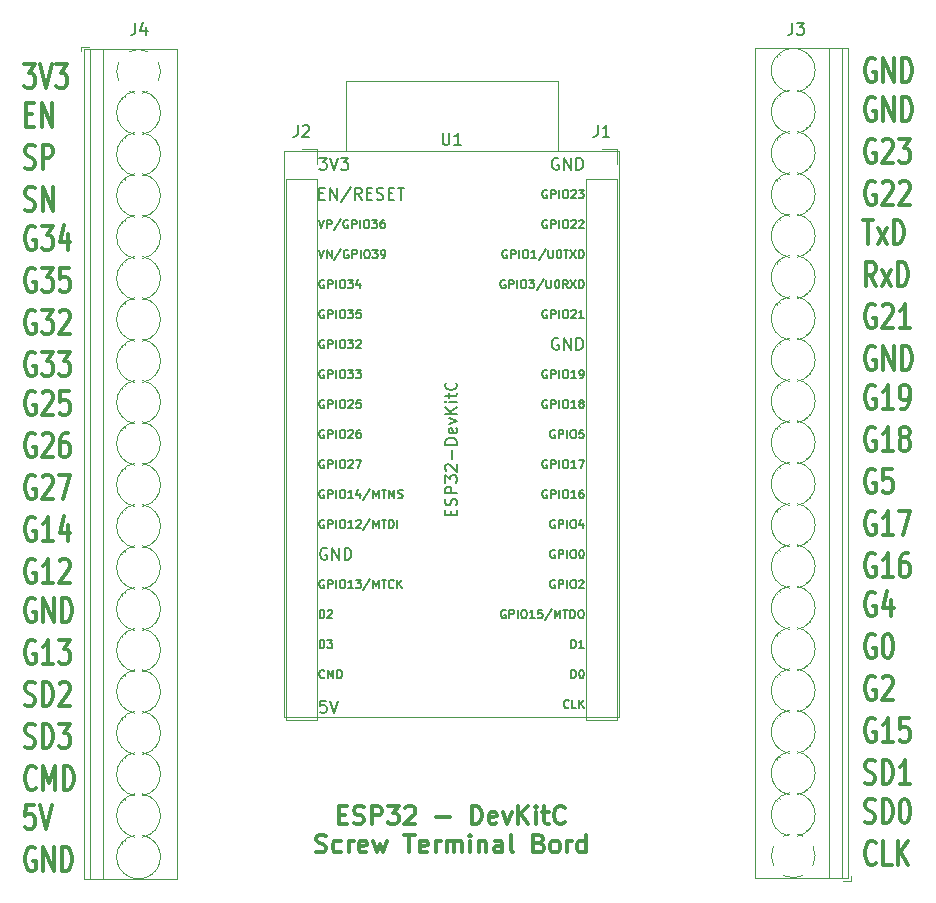
<source format=gbr>
%TF.GenerationSoftware,KiCad,Pcbnew,(6.0.4)*%
%TF.CreationDate,2022-05-05T20:07:30+02:00*%
%TF.ProjectId,ESP32_screwterminal,45535033-325f-4736-9372-65777465726d,-*%
%TF.SameCoordinates,Original*%
%TF.FileFunction,Legend,Top*%
%TF.FilePolarity,Positive*%
%FSLAX46Y46*%
G04 Gerber Fmt 4.6, Leading zero omitted, Abs format (unit mm)*
G04 Created by KiCad (PCBNEW (6.0.4)) date 2022-05-05 20:07:30*
%MOMM*%
%LPD*%
G01*
G04 APERTURE LIST*
%ADD10C,0.300000*%
%ADD11C,0.150000*%
%ADD12C,0.120000*%
G04 APERTURE END LIST*
D10*
X173041857Y-107966000D02*
X172899000Y-107870761D01*
X172684714Y-107870761D01*
X172470428Y-107966000D01*
X172327571Y-108156476D01*
X172256142Y-108346952D01*
X172184714Y-108727904D01*
X172184714Y-109013619D01*
X172256142Y-109394571D01*
X172327571Y-109585047D01*
X172470428Y-109775523D01*
X172684714Y-109870761D01*
X172827571Y-109870761D01*
X173041857Y-109775523D01*
X173113285Y-109680285D01*
X173113285Y-109013619D01*
X172827571Y-109013619D01*
X174541857Y-109870761D02*
X173684714Y-109870761D01*
X174113285Y-109870761D02*
X174113285Y-107870761D01*
X173970428Y-108156476D01*
X173827571Y-108346952D01*
X173684714Y-108442190D01*
X175899000Y-107870761D02*
X175184714Y-107870761D01*
X175113285Y-108823142D01*
X175184714Y-108727904D01*
X175327571Y-108632666D01*
X175684714Y-108632666D01*
X175827571Y-108727904D01*
X175899000Y-108823142D01*
X175970428Y-109013619D01*
X175970428Y-109489809D01*
X175899000Y-109680285D01*
X175827571Y-109775523D01*
X175684714Y-109870761D01*
X175327571Y-109870761D01*
X175184714Y-109775523D01*
X175113285Y-109680285D01*
X101850428Y-115236761D02*
X101136142Y-115236761D01*
X101064714Y-116189142D01*
X101136142Y-116093904D01*
X101279000Y-115998666D01*
X101636142Y-115998666D01*
X101779000Y-116093904D01*
X101850428Y-116189142D01*
X101921857Y-116379619D01*
X101921857Y-116855809D01*
X101850428Y-117046285D01*
X101779000Y-117141523D01*
X101636142Y-117236761D01*
X101279000Y-117236761D01*
X101136142Y-117141523D01*
X101064714Y-117046285D01*
X102350428Y-115236761D02*
X102850428Y-117236761D01*
X103350428Y-115236761D01*
X101921857Y-87392000D02*
X101779000Y-87296761D01*
X101564714Y-87296761D01*
X101350428Y-87392000D01*
X101207571Y-87582476D01*
X101136142Y-87772952D01*
X101064714Y-88153904D01*
X101064714Y-88439619D01*
X101136142Y-88820571D01*
X101207571Y-89011047D01*
X101350428Y-89201523D01*
X101564714Y-89296761D01*
X101707571Y-89296761D01*
X101921857Y-89201523D01*
X101993285Y-89106285D01*
X101993285Y-88439619D01*
X101707571Y-88439619D01*
X102564714Y-87487238D02*
X102636142Y-87392000D01*
X102779000Y-87296761D01*
X103136142Y-87296761D01*
X103279000Y-87392000D01*
X103350428Y-87487238D01*
X103421857Y-87677714D01*
X103421857Y-87868190D01*
X103350428Y-88153904D01*
X102493285Y-89296761D01*
X103421857Y-89296761D01*
X103921857Y-87296761D02*
X104921857Y-87296761D01*
X104279000Y-89296761D01*
X101136142Y-56753142D02*
X101636142Y-56753142D01*
X101850428Y-57800761D02*
X101136142Y-57800761D01*
X101136142Y-55800761D01*
X101850428Y-55800761D01*
X102493285Y-57800761D02*
X102493285Y-55800761D01*
X103350428Y-57800761D01*
X103350428Y-55800761D01*
X101993285Y-113744285D02*
X101921857Y-113839523D01*
X101707571Y-113934761D01*
X101564714Y-113934761D01*
X101350428Y-113839523D01*
X101207571Y-113649047D01*
X101136142Y-113458571D01*
X101064714Y-113077619D01*
X101064714Y-112791904D01*
X101136142Y-112410952D01*
X101207571Y-112220476D01*
X101350428Y-112030000D01*
X101564714Y-111934761D01*
X101707571Y-111934761D01*
X101921857Y-112030000D01*
X101993285Y-112125238D01*
X102636142Y-113934761D02*
X102636142Y-111934761D01*
X103136142Y-113363333D01*
X103636142Y-111934761D01*
X103636142Y-113934761D01*
X104350428Y-113934761D02*
X104350428Y-111934761D01*
X104707571Y-111934761D01*
X104921857Y-112030000D01*
X105064714Y-112220476D01*
X105136142Y-112410952D01*
X105207571Y-112791904D01*
X105207571Y-113077619D01*
X105136142Y-113458571D01*
X105064714Y-113649047D01*
X104921857Y-113839523D01*
X104707571Y-113934761D01*
X104350428Y-113934761D01*
X173041857Y-86884000D02*
X172899000Y-86788761D01*
X172684714Y-86788761D01*
X172470428Y-86884000D01*
X172327571Y-87074476D01*
X172256142Y-87264952D01*
X172184714Y-87645904D01*
X172184714Y-87931619D01*
X172256142Y-88312571D01*
X172327571Y-88503047D01*
X172470428Y-88693523D01*
X172684714Y-88788761D01*
X172827571Y-88788761D01*
X173041857Y-88693523D01*
X173113285Y-88598285D01*
X173113285Y-87931619D01*
X172827571Y-87931619D01*
X174470428Y-86788761D02*
X173756142Y-86788761D01*
X173684714Y-87741142D01*
X173756142Y-87645904D01*
X173899000Y-87550666D01*
X174256142Y-87550666D01*
X174399000Y-87645904D01*
X174470428Y-87741142D01*
X174541857Y-87931619D01*
X174541857Y-88407809D01*
X174470428Y-88598285D01*
X174399000Y-88693523D01*
X174256142Y-88788761D01*
X173899000Y-88788761D01*
X173756142Y-88693523D01*
X173684714Y-88598285D01*
X101064714Y-106727523D02*
X101279000Y-106822761D01*
X101636142Y-106822761D01*
X101779000Y-106727523D01*
X101850428Y-106632285D01*
X101921857Y-106441809D01*
X101921857Y-106251333D01*
X101850428Y-106060857D01*
X101779000Y-105965619D01*
X101636142Y-105870380D01*
X101350428Y-105775142D01*
X101207571Y-105679904D01*
X101136142Y-105584666D01*
X101064714Y-105394190D01*
X101064714Y-105203714D01*
X101136142Y-105013238D01*
X101207571Y-104918000D01*
X101350428Y-104822761D01*
X101707571Y-104822761D01*
X101921857Y-104918000D01*
X102564714Y-106822761D02*
X102564714Y-104822761D01*
X102921857Y-104822761D01*
X103136142Y-104918000D01*
X103279000Y-105108476D01*
X103350428Y-105298952D01*
X103421857Y-105679904D01*
X103421857Y-105965619D01*
X103350428Y-106346571D01*
X103279000Y-106537047D01*
X103136142Y-106727523D01*
X102921857Y-106822761D01*
X102564714Y-106822761D01*
X103993285Y-105013238D02*
X104064714Y-104918000D01*
X104207571Y-104822761D01*
X104564714Y-104822761D01*
X104707571Y-104918000D01*
X104779000Y-105013238D01*
X104850428Y-105203714D01*
X104850428Y-105394190D01*
X104779000Y-105679904D01*
X103921857Y-106822761D01*
X104850428Y-106822761D01*
X101064714Y-64817523D02*
X101279000Y-64912761D01*
X101636142Y-64912761D01*
X101779000Y-64817523D01*
X101850428Y-64722285D01*
X101921857Y-64531809D01*
X101921857Y-64341333D01*
X101850428Y-64150857D01*
X101779000Y-64055619D01*
X101636142Y-63960380D01*
X101350428Y-63865142D01*
X101207571Y-63769904D01*
X101136142Y-63674666D01*
X101064714Y-63484190D01*
X101064714Y-63293714D01*
X101136142Y-63103238D01*
X101207571Y-63008000D01*
X101350428Y-62912761D01*
X101707571Y-62912761D01*
X101921857Y-63008000D01*
X102564714Y-64912761D02*
X102564714Y-62912761D01*
X103421857Y-64912761D01*
X103421857Y-62912761D01*
X101921857Y-80280000D02*
X101779000Y-80184761D01*
X101564714Y-80184761D01*
X101350428Y-80280000D01*
X101207571Y-80470476D01*
X101136142Y-80660952D01*
X101064714Y-81041904D01*
X101064714Y-81327619D01*
X101136142Y-81708571D01*
X101207571Y-81899047D01*
X101350428Y-82089523D01*
X101564714Y-82184761D01*
X101707571Y-82184761D01*
X101921857Y-82089523D01*
X101993285Y-81994285D01*
X101993285Y-81327619D01*
X101707571Y-81327619D01*
X102564714Y-80375238D02*
X102636142Y-80280000D01*
X102779000Y-80184761D01*
X103136142Y-80184761D01*
X103279000Y-80280000D01*
X103350428Y-80375238D01*
X103421857Y-80565714D01*
X103421857Y-80756190D01*
X103350428Y-81041904D01*
X102493285Y-82184761D01*
X103421857Y-82184761D01*
X104779000Y-80184761D02*
X104064714Y-80184761D01*
X103993285Y-81137142D01*
X104064714Y-81041904D01*
X104207571Y-80946666D01*
X104564714Y-80946666D01*
X104707571Y-81041904D01*
X104779000Y-81137142D01*
X104850428Y-81327619D01*
X104850428Y-81803809D01*
X104779000Y-81994285D01*
X104707571Y-82089523D01*
X104564714Y-82184761D01*
X104207571Y-82184761D01*
X104064714Y-82089523D01*
X103993285Y-81994285D01*
X173041857Y-76470000D02*
X172899000Y-76374761D01*
X172684714Y-76374761D01*
X172470428Y-76470000D01*
X172327571Y-76660476D01*
X172256142Y-76850952D01*
X172184714Y-77231904D01*
X172184714Y-77517619D01*
X172256142Y-77898571D01*
X172327571Y-78089047D01*
X172470428Y-78279523D01*
X172684714Y-78374761D01*
X172827571Y-78374761D01*
X173041857Y-78279523D01*
X173113285Y-78184285D01*
X173113285Y-77517619D01*
X172827571Y-77517619D01*
X173756142Y-78374761D02*
X173756142Y-76374761D01*
X174613285Y-78374761D01*
X174613285Y-76374761D01*
X175327571Y-78374761D02*
X175327571Y-76374761D01*
X175684714Y-76374761D01*
X175899000Y-76470000D01*
X176041857Y-76660476D01*
X176113285Y-76850952D01*
X176184714Y-77231904D01*
X176184714Y-77517619D01*
X176113285Y-77898571D01*
X176041857Y-78089047D01*
X175899000Y-78279523D01*
X175684714Y-78374761D01*
X175327571Y-78374761D01*
X173113285Y-120094285D02*
X173041857Y-120189523D01*
X172827571Y-120284761D01*
X172684714Y-120284761D01*
X172470428Y-120189523D01*
X172327571Y-119999047D01*
X172256142Y-119808571D01*
X172184714Y-119427619D01*
X172184714Y-119141904D01*
X172256142Y-118760952D01*
X172327571Y-118570476D01*
X172470428Y-118380000D01*
X172684714Y-118284761D01*
X172827571Y-118284761D01*
X173041857Y-118380000D01*
X173113285Y-118475238D01*
X174470428Y-120284761D02*
X173756142Y-120284761D01*
X173756142Y-118284761D01*
X174970428Y-120284761D02*
X174970428Y-118284761D01*
X175827571Y-120284761D02*
X175184714Y-119141904D01*
X175827571Y-118284761D02*
X174970428Y-119427619D01*
X101921857Y-66310000D02*
X101779000Y-66214761D01*
X101564714Y-66214761D01*
X101350428Y-66310000D01*
X101207571Y-66500476D01*
X101136142Y-66690952D01*
X101064714Y-67071904D01*
X101064714Y-67357619D01*
X101136142Y-67738571D01*
X101207571Y-67929047D01*
X101350428Y-68119523D01*
X101564714Y-68214761D01*
X101707571Y-68214761D01*
X101921857Y-68119523D01*
X101993285Y-68024285D01*
X101993285Y-67357619D01*
X101707571Y-67357619D01*
X102493285Y-66214761D02*
X103421857Y-66214761D01*
X102921857Y-66976666D01*
X103136142Y-66976666D01*
X103279000Y-67071904D01*
X103350428Y-67167142D01*
X103421857Y-67357619D01*
X103421857Y-67833809D01*
X103350428Y-68024285D01*
X103279000Y-68119523D01*
X103136142Y-68214761D01*
X102707571Y-68214761D01*
X102564714Y-68119523D01*
X102493285Y-68024285D01*
X104707571Y-66881428D02*
X104707571Y-68214761D01*
X104350428Y-66119523D02*
X103993285Y-67548095D01*
X104921857Y-67548095D01*
X173041857Y-83328000D02*
X172899000Y-83232761D01*
X172684714Y-83232761D01*
X172470428Y-83328000D01*
X172327571Y-83518476D01*
X172256142Y-83708952D01*
X172184714Y-84089904D01*
X172184714Y-84375619D01*
X172256142Y-84756571D01*
X172327571Y-84947047D01*
X172470428Y-85137523D01*
X172684714Y-85232761D01*
X172827571Y-85232761D01*
X173041857Y-85137523D01*
X173113285Y-85042285D01*
X173113285Y-84375619D01*
X172827571Y-84375619D01*
X174541857Y-85232761D02*
X173684714Y-85232761D01*
X174113285Y-85232761D02*
X174113285Y-83232761D01*
X173970428Y-83518476D01*
X173827571Y-83708952D01*
X173684714Y-83804190D01*
X175399000Y-84089904D02*
X175256142Y-83994666D01*
X175184714Y-83899428D01*
X175113285Y-83708952D01*
X175113285Y-83613714D01*
X175184714Y-83423238D01*
X175256142Y-83328000D01*
X175399000Y-83232761D01*
X175684714Y-83232761D01*
X175827571Y-83328000D01*
X175899000Y-83423238D01*
X175970428Y-83613714D01*
X175970428Y-83708952D01*
X175899000Y-83899428D01*
X175827571Y-83994666D01*
X175684714Y-84089904D01*
X175399000Y-84089904D01*
X175256142Y-84185142D01*
X175184714Y-84280380D01*
X175113285Y-84470857D01*
X175113285Y-84851809D01*
X175184714Y-85042285D01*
X175256142Y-85137523D01*
X175399000Y-85232761D01*
X175684714Y-85232761D01*
X175827571Y-85137523D01*
X175899000Y-85042285D01*
X175970428Y-84851809D01*
X175970428Y-84470857D01*
X175899000Y-84280380D01*
X175827571Y-84185142D01*
X175684714Y-84089904D01*
X173041857Y-90440000D02*
X172899000Y-90344761D01*
X172684714Y-90344761D01*
X172470428Y-90440000D01*
X172327571Y-90630476D01*
X172256142Y-90820952D01*
X172184714Y-91201904D01*
X172184714Y-91487619D01*
X172256142Y-91868571D01*
X172327571Y-92059047D01*
X172470428Y-92249523D01*
X172684714Y-92344761D01*
X172827571Y-92344761D01*
X173041857Y-92249523D01*
X173113285Y-92154285D01*
X173113285Y-91487619D01*
X172827571Y-91487619D01*
X174541857Y-92344761D02*
X173684714Y-92344761D01*
X174113285Y-92344761D02*
X174113285Y-90344761D01*
X173970428Y-90630476D01*
X173827571Y-90820952D01*
X173684714Y-90916190D01*
X175041857Y-90344761D02*
X176041857Y-90344761D01*
X175399000Y-92344761D01*
X101064714Y-61261523D02*
X101279000Y-61356761D01*
X101636142Y-61356761D01*
X101779000Y-61261523D01*
X101850428Y-61166285D01*
X101921857Y-60975809D01*
X101921857Y-60785333D01*
X101850428Y-60594857D01*
X101779000Y-60499619D01*
X101636142Y-60404380D01*
X101350428Y-60309142D01*
X101207571Y-60213904D01*
X101136142Y-60118666D01*
X101064714Y-59928190D01*
X101064714Y-59737714D01*
X101136142Y-59547238D01*
X101207571Y-59452000D01*
X101350428Y-59356761D01*
X101707571Y-59356761D01*
X101921857Y-59452000D01*
X102564714Y-61356761D02*
X102564714Y-59356761D01*
X103136142Y-59356761D01*
X103279000Y-59452000D01*
X103350428Y-59547238D01*
X103421857Y-59737714D01*
X103421857Y-60023428D01*
X103350428Y-60213904D01*
X103279000Y-60309142D01*
X103136142Y-60404380D01*
X102564714Y-60404380D01*
X101921857Y-94504000D02*
X101779000Y-94408761D01*
X101564714Y-94408761D01*
X101350428Y-94504000D01*
X101207571Y-94694476D01*
X101136142Y-94884952D01*
X101064714Y-95265904D01*
X101064714Y-95551619D01*
X101136142Y-95932571D01*
X101207571Y-96123047D01*
X101350428Y-96313523D01*
X101564714Y-96408761D01*
X101707571Y-96408761D01*
X101921857Y-96313523D01*
X101993285Y-96218285D01*
X101993285Y-95551619D01*
X101707571Y-95551619D01*
X103421857Y-96408761D02*
X102564714Y-96408761D01*
X102993285Y-96408761D02*
X102993285Y-94408761D01*
X102850428Y-94694476D01*
X102707571Y-94884952D01*
X102564714Y-94980190D01*
X103993285Y-94599238D02*
X104064714Y-94504000D01*
X104207571Y-94408761D01*
X104564714Y-94408761D01*
X104707571Y-94504000D01*
X104779000Y-94599238D01*
X104850428Y-94789714D01*
X104850428Y-94980190D01*
X104779000Y-95265904D01*
X103921857Y-96408761D01*
X104850428Y-96408761D01*
X173041857Y-97298000D02*
X172899000Y-97202761D01*
X172684714Y-97202761D01*
X172470428Y-97298000D01*
X172327571Y-97488476D01*
X172256142Y-97678952D01*
X172184714Y-98059904D01*
X172184714Y-98345619D01*
X172256142Y-98726571D01*
X172327571Y-98917047D01*
X172470428Y-99107523D01*
X172684714Y-99202761D01*
X172827571Y-99202761D01*
X173041857Y-99107523D01*
X173113285Y-99012285D01*
X173113285Y-98345619D01*
X172827571Y-98345619D01*
X174399000Y-97869428D02*
X174399000Y-99202761D01*
X174041857Y-97107523D02*
X173684714Y-98536095D01*
X174613285Y-98536095D01*
X173041857Y-93996000D02*
X172899000Y-93900761D01*
X172684714Y-93900761D01*
X172470428Y-93996000D01*
X172327571Y-94186476D01*
X172256142Y-94376952D01*
X172184714Y-94757904D01*
X172184714Y-95043619D01*
X172256142Y-95424571D01*
X172327571Y-95615047D01*
X172470428Y-95805523D01*
X172684714Y-95900761D01*
X172827571Y-95900761D01*
X173041857Y-95805523D01*
X173113285Y-95710285D01*
X173113285Y-95043619D01*
X172827571Y-95043619D01*
X174541857Y-95900761D02*
X173684714Y-95900761D01*
X174113285Y-95900761D02*
X174113285Y-93900761D01*
X173970428Y-94186476D01*
X173827571Y-94376952D01*
X173684714Y-94472190D01*
X175827571Y-93900761D02*
X175541857Y-93900761D01*
X175399000Y-93996000D01*
X175327571Y-94091238D01*
X175184714Y-94376952D01*
X175113285Y-94757904D01*
X175113285Y-95519809D01*
X175184714Y-95710285D01*
X175256142Y-95805523D01*
X175399000Y-95900761D01*
X175684714Y-95900761D01*
X175827571Y-95805523D01*
X175899000Y-95710285D01*
X175970428Y-95519809D01*
X175970428Y-95043619D01*
X175899000Y-94853142D01*
X175827571Y-94757904D01*
X175684714Y-94662666D01*
X175399000Y-94662666D01*
X175256142Y-94757904D01*
X175184714Y-94853142D01*
X175113285Y-95043619D01*
X173113285Y-71262761D02*
X172613285Y-70310380D01*
X172256142Y-71262761D02*
X172256142Y-69262761D01*
X172827571Y-69262761D01*
X172970428Y-69358000D01*
X173041857Y-69453238D01*
X173113285Y-69643714D01*
X173113285Y-69929428D01*
X173041857Y-70119904D01*
X172970428Y-70215142D01*
X172827571Y-70310380D01*
X172256142Y-70310380D01*
X173613285Y-71262761D02*
X174399000Y-69929428D01*
X173613285Y-69929428D02*
X174399000Y-71262761D01*
X174970428Y-71262761D02*
X174970428Y-69262761D01*
X175327571Y-69262761D01*
X175541857Y-69358000D01*
X175684714Y-69548476D01*
X175756142Y-69738952D01*
X175827571Y-70119904D01*
X175827571Y-70405619D01*
X175756142Y-70786571D01*
X175684714Y-70977047D01*
X175541857Y-71167523D01*
X175327571Y-71262761D01*
X174970428Y-71262761D01*
X101064714Y-110283523D02*
X101279000Y-110378761D01*
X101636142Y-110378761D01*
X101779000Y-110283523D01*
X101850428Y-110188285D01*
X101921857Y-109997809D01*
X101921857Y-109807333D01*
X101850428Y-109616857D01*
X101779000Y-109521619D01*
X101636142Y-109426380D01*
X101350428Y-109331142D01*
X101207571Y-109235904D01*
X101136142Y-109140666D01*
X101064714Y-108950190D01*
X101064714Y-108759714D01*
X101136142Y-108569238D01*
X101207571Y-108474000D01*
X101350428Y-108378761D01*
X101707571Y-108378761D01*
X101921857Y-108474000D01*
X102564714Y-110378761D02*
X102564714Y-108378761D01*
X102921857Y-108378761D01*
X103136142Y-108474000D01*
X103279000Y-108664476D01*
X103350428Y-108854952D01*
X103421857Y-109235904D01*
X103421857Y-109521619D01*
X103350428Y-109902571D01*
X103279000Y-110093047D01*
X103136142Y-110283523D01*
X102921857Y-110378761D01*
X102564714Y-110378761D01*
X103921857Y-108378761D02*
X104850428Y-108378761D01*
X104350428Y-109140666D01*
X104564714Y-109140666D01*
X104707571Y-109235904D01*
X104779000Y-109331142D01*
X104850428Y-109521619D01*
X104850428Y-109997809D01*
X104779000Y-110188285D01*
X104707571Y-110283523D01*
X104564714Y-110378761D01*
X104136142Y-110378761D01*
X103993285Y-110283523D01*
X103921857Y-110188285D01*
X127624285Y-116033357D02*
X128124285Y-116033357D01*
X128338571Y-116819071D02*
X127624285Y-116819071D01*
X127624285Y-115319071D01*
X128338571Y-115319071D01*
X128910000Y-116747642D02*
X129124285Y-116819071D01*
X129481428Y-116819071D01*
X129624285Y-116747642D01*
X129695714Y-116676214D01*
X129767142Y-116533357D01*
X129767142Y-116390500D01*
X129695714Y-116247642D01*
X129624285Y-116176214D01*
X129481428Y-116104785D01*
X129195714Y-116033357D01*
X129052857Y-115961928D01*
X128981428Y-115890500D01*
X128910000Y-115747642D01*
X128910000Y-115604785D01*
X128981428Y-115461928D01*
X129052857Y-115390500D01*
X129195714Y-115319071D01*
X129552857Y-115319071D01*
X129767142Y-115390500D01*
X130410000Y-116819071D02*
X130410000Y-115319071D01*
X130981428Y-115319071D01*
X131124285Y-115390500D01*
X131195714Y-115461928D01*
X131267142Y-115604785D01*
X131267142Y-115819071D01*
X131195714Y-115961928D01*
X131124285Y-116033357D01*
X130981428Y-116104785D01*
X130410000Y-116104785D01*
X131767142Y-115319071D02*
X132695714Y-115319071D01*
X132195714Y-115890500D01*
X132410000Y-115890500D01*
X132552857Y-115961928D01*
X132624285Y-116033357D01*
X132695714Y-116176214D01*
X132695714Y-116533357D01*
X132624285Y-116676214D01*
X132552857Y-116747642D01*
X132410000Y-116819071D01*
X131981428Y-116819071D01*
X131838571Y-116747642D01*
X131767142Y-116676214D01*
X133267142Y-115461928D02*
X133338571Y-115390500D01*
X133481428Y-115319071D01*
X133838571Y-115319071D01*
X133981428Y-115390500D01*
X134052857Y-115461928D01*
X134124285Y-115604785D01*
X134124285Y-115747642D01*
X134052857Y-115961928D01*
X133195714Y-116819071D01*
X134124285Y-116819071D01*
X135910000Y-116247642D02*
X137052857Y-116247642D01*
X138910000Y-116819071D02*
X138910000Y-115319071D01*
X139267142Y-115319071D01*
X139481428Y-115390500D01*
X139624285Y-115533357D01*
X139695714Y-115676214D01*
X139767142Y-115961928D01*
X139767142Y-116176214D01*
X139695714Y-116461928D01*
X139624285Y-116604785D01*
X139481428Y-116747642D01*
X139267142Y-116819071D01*
X138910000Y-116819071D01*
X140981428Y-116747642D02*
X140838571Y-116819071D01*
X140552857Y-116819071D01*
X140410000Y-116747642D01*
X140338571Y-116604785D01*
X140338571Y-116033357D01*
X140410000Y-115890500D01*
X140552857Y-115819071D01*
X140838571Y-115819071D01*
X140981428Y-115890500D01*
X141052857Y-116033357D01*
X141052857Y-116176214D01*
X140338571Y-116319071D01*
X141552857Y-115819071D02*
X141910000Y-116819071D01*
X142267142Y-115819071D01*
X142838571Y-116819071D02*
X142838571Y-115319071D01*
X143695714Y-116819071D02*
X143052857Y-115961928D01*
X143695714Y-115319071D02*
X142838571Y-116176214D01*
X144338571Y-116819071D02*
X144338571Y-115819071D01*
X144338571Y-115319071D02*
X144267142Y-115390500D01*
X144338571Y-115461928D01*
X144410000Y-115390500D01*
X144338571Y-115319071D01*
X144338571Y-115461928D01*
X144838571Y-115819071D02*
X145410000Y-115819071D01*
X145052857Y-115319071D02*
X145052857Y-116604785D01*
X145124285Y-116747642D01*
X145267142Y-116819071D01*
X145410000Y-116819071D01*
X146767142Y-116676214D02*
X146695714Y-116747642D01*
X146481428Y-116819071D01*
X146338571Y-116819071D01*
X146124285Y-116747642D01*
X145981428Y-116604785D01*
X145910000Y-116461928D01*
X145838571Y-116176214D01*
X145838571Y-115961928D01*
X145910000Y-115676214D01*
X145981428Y-115533357D01*
X146124285Y-115390500D01*
X146338571Y-115319071D01*
X146481428Y-115319071D01*
X146695714Y-115390500D01*
X146767142Y-115461928D01*
X125695714Y-119162642D02*
X125910000Y-119234071D01*
X126267142Y-119234071D01*
X126410000Y-119162642D01*
X126481428Y-119091214D01*
X126552857Y-118948357D01*
X126552857Y-118805500D01*
X126481428Y-118662642D01*
X126410000Y-118591214D01*
X126267142Y-118519785D01*
X125981428Y-118448357D01*
X125838571Y-118376928D01*
X125767142Y-118305500D01*
X125695714Y-118162642D01*
X125695714Y-118019785D01*
X125767142Y-117876928D01*
X125838571Y-117805500D01*
X125981428Y-117734071D01*
X126338571Y-117734071D01*
X126552857Y-117805500D01*
X127838571Y-119162642D02*
X127695714Y-119234071D01*
X127410000Y-119234071D01*
X127267142Y-119162642D01*
X127195714Y-119091214D01*
X127124285Y-118948357D01*
X127124285Y-118519785D01*
X127195714Y-118376928D01*
X127267142Y-118305500D01*
X127410000Y-118234071D01*
X127695714Y-118234071D01*
X127838571Y-118305500D01*
X128481428Y-119234071D02*
X128481428Y-118234071D01*
X128481428Y-118519785D02*
X128552857Y-118376928D01*
X128624285Y-118305500D01*
X128767142Y-118234071D01*
X128910000Y-118234071D01*
X129981428Y-119162642D02*
X129838571Y-119234071D01*
X129552857Y-119234071D01*
X129410000Y-119162642D01*
X129338571Y-119019785D01*
X129338571Y-118448357D01*
X129410000Y-118305500D01*
X129552857Y-118234071D01*
X129838571Y-118234071D01*
X129981428Y-118305500D01*
X130052857Y-118448357D01*
X130052857Y-118591214D01*
X129338571Y-118734071D01*
X130552857Y-118234071D02*
X130838571Y-119234071D01*
X131124285Y-118519785D01*
X131410000Y-119234071D01*
X131695714Y-118234071D01*
X133195714Y-117734071D02*
X134052857Y-117734071D01*
X133624285Y-119234071D02*
X133624285Y-117734071D01*
X135124285Y-119162642D02*
X134981428Y-119234071D01*
X134695714Y-119234071D01*
X134552857Y-119162642D01*
X134481428Y-119019785D01*
X134481428Y-118448357D01*
X134552857Y-118305500D01*
X134695714Y-118234071D01*
X134981428Y-118234071D01*
X135124285Y-118305500D01*
X135195714Y-118448357D01*
X135195714Y-118591214D01*
X134481428Y-118734071D01*
X135838571Y-119234071D02*
X135838571Y-118234071D01*
X135838571Y-118519785D02*
X135910000Y-118376928D01*
X135981428Y-118305500D01*
X136124285Y-118234071D01*
X136267142Y-118234071D01*
X136767142Y-119234071D02*
X136767142Y-118234071D01*
X136767142Y-118376928D02*
X136838571Y-118305500D01*
X136981428Y-118234071D01*
X137195714Y-118234071D01*
X137338571Y-118305500D01*
X137410000Y-118448357D01*
X137410000Y-119234071D01*
X137410000Y-118448357D02*
X137481428Y-118305500D01*
X137624285Y-118234071D01*
X137838571Y-118234071D01*
X137981428Y-118305500D01*
X138052857Y-118448357D01*
X138052857Y-119234071D01*
X138767142Y-119234071D02*
X138767142Y-118234071D01*
X138767142Y-117734071D02*
X138695714Y-117805500D01*
X138767142Y-117876928D01*
X138838571Y-117805500D01*
X138767142Y-117734071D01*
X138767142Y-117876928D01*
X139481428Y-118234071D02*
X139481428Y-119234071D01*
X139481428Y-118376928D02*
X139552857Y-118305500D01*
X139695714Y-118234071D01*
X139910000Y-118234071D01*
X140052857Y-118305500D01*
X140124285Y-118448357D01*
X140124285Y-119234071D01*
X141481428Y-119234071D02*
X141481428Y-118448357D01*
X141410000Y-118305500D01*
X141267142Y-118234071D01*
X140981428Y-118234071D01*
X140838571Y-118305500D01*
X141481428Y-119162642D02*
X141338571Y-119234071D01*
X140981428Y-119234071D01*
X140838571Y-119162642D01*
X140767142Y-119019785D01*
X140767142Y-118876928D01*
X140838571Y-118734071D01*
X140981428Y-118662642D01*
X141338571Y-118662642D01*
X141481428Y-118591214D01*
X142410000Y-119234071D02*
X142267142Y-119162642D01*
X142195714Y-119019785D01*
X142195714Y-117734071D01*
X144624285Y-118448357D02*
X144838571Y-118519785D01*
X144910000Y-118591214D01*
X144981428Y-118734071D01*
X144981428Y-118948357D01*
X144910000Y-119091214D01*
X144838571Y-119162642D01*
X144695714Y-119234071D01*
X144124285Y-119234071D01*
X144124285Y-117734071D01*
X144624285Y-117734071D01*
X144767142Y-117805500D01*
X144838571Y-117876928D01*
X144910000Y-118019785D01*
X144910000Y-118162642D01*
X144838571Y-118305500D01*
X144767142Y-118376928D01*
X144624285Y-118448357D01*
X144124285Y-118448357D01*
X145838571Y-119234071D02*
X145695714Y-119162642D01*
X145624285Y-119091214D01*
X145552857Y-118948357D01*
X145552857Y-118519785D01*
X145624285Y-118376928D01*
X145695714Y-118305500D01*
X145838571Y-118234071D01*
X146052857Y-118234071D01*
X146195714Y-118305500D01*
X146267142Y-118376928D01*
X146338571Y-118519785D01*
X146338571Y-118948357D01*
X146267142Y-119091214D01*
X146195714Y-119162642D01*
X146052857Y-119234071D01*
X145838571Y-119234071D01*
X146981428Y-119234071D02*
X146981428Y-118234071D01*
X146981428Y-118519785D02*
X147052857Y-118376928D01*
X147124285Y-118305500D01*
X147267142Y-118234071D01*
X147410000Y-118234071D01*
X148552857Y-119234071D02*
X148552857Y-117734071D01*
X148552857Y-119162642D02*
X148410000Y-119234071D01*
X148124285Y-119234071D01*
X147981428Y-119162642D01*
X147910000Y-119091214D01*
X147838571Y-118948357D01*
X147838571Y-118519785D01*
X147910000Y-118376928D01*
X147981428Y-118305500D01*
X148124285Y-118234071D01*
X148410000Y-118234071D01*
X148552857Y-118305500D01*
X101921857Y-73422000D02*
X101779000Y-73326761D01*
X101564714Y-73326761D01*
X101350428Y-73422000D01*
X101207571Y-73612476D01*
X101136142Y-73802952D01*
X101064714Y-74183904D01*
X101064714Y-74469619D01*
X101136142Y-74850571D01*
X101207571Y-75041047D01*
X101350428Y-75231523D01*
X101564714Y-75326761D01*
X101707571Y-75326761D01*
X101921857Y-75231523D01*
X101993285Y-75136285D01*
X101993285Y-74469619D01*
X101707571Y-74469619D01*
X102493285Y-73326761D02*
X103421857Y-73326761D01*
X102921857Y-74088666D01*
X103136142Y-74088666D01*
X103279000Y-74183904D01*
X103350428Y-74279142D01*
X103421857Y-74469619D01*
X103421857Y-74945809D01*
X103350428Y-75136285D01*
X103279000Y-75231523D01*
X103136142Y-75326761D01*
X102707571Y-75326761D01*
X102564714Y-75231523D01*
X102493285Y-75136285D01*
X103993285Y-73517238D02*
X104064714Y-73422000D01*
X104207571Y-73326761D01*
X104564714Y-73326761D01*
X104707571Y-73422000D01*
X104779000Y-73517238D01*
X104850428Y-73707714D01*
X104850428Y-73898190D01*
X104779000Y-74183904D01*
X103921857Y-75326761D01*
X104850428Y-75326761D01*
X101921857Y-97806000D02*
X101779000Y-97710761D01*
X101564714Y-97710761D01*
X101350428Y-97806000D01*
X101207571Y-97996476D01*
X101136142Y-98186952D01*
X101064714Y-98567904D01*
X101064714Y-98853619D01*
X101136142Y-99234571D01*
X101207571Y-99425047D01*
X101350428Y-99615523D01*
X101564714Y-99710761D01*
X101707571Y-99710761D01*
X101921857Y-99615523D01*
X101993285Y-99520285D01*
X101993285Y-98853619D01*
X101707571Y-98853619D01*
X102636142Y-99710761D02*
X102636142Y-97710761D01*
X103493285Y-99710761D01*
X103493285Y-97710761D01*
X104207571Y-99710761D02*
X104207571Y-97710761D01*
X104564714Y-97710761D01*
X104779000Y-97806000D01*
X104921857Y-97996476D01*
X104993285Y-98186952D01*
X105064714Y-98567904D01*
X105064714Y-98853619D01*
X104993285Y-99234571D01*
X104921857Y-99425047D01*
X104779000Y-99615523D01*
X104564714Y-99710761D01*
X104207571Y-99710761D01*
X173041857Y-104410000D02*
X172899000Y-104314761D01*
X172684714Y-104314761D01*
X172470428Y-104410000D01*
X172327571Y-104600476D01*
X172256142Y-104790952D01*
X172184714Y-105171904D01*
X172184714Y-105457619D01*
X172256142Y-105838571D01*
X172327571Y-106029047D01*
X172470428Y-106219523D01*
X172684714Y-106314761D01*
X172827571Y-106314761D01*
X173041857Y-106219523D01*
X173113285Y-106124285D01*
X173113285Y-105457619D01*
X172827571Y-105457619D01*
X173684714Y-104505238D02*
X173756142Y-104410000D01*
X173899000Y-104314761D01*
X174256142Y-104314761D01*
X174399000Y-104410000D01*
X174470428Y-104505238D01*
X174541857Y-104695714D01*
X174541857Y-104886190D01*
X174470428Y-105171904D01*
X173613285Y-106314761D01*
X174541857Y-106314761D01*
X173041857Y-58944000D02*
X172899000Y-58848761D01*
X172684714Y-58848761D01*
X172470428Y-58944000D01*
X172327571Y-59134476D01*
X172256142Y-59324952D01*
X172184714Y-59705904D01*
X172184714Y-59991619D01*
X172256142Y-60372571D01*
X172327571Y-60563047D01*
X172470428Y-60753523D01*
X172684714Y-60848761D01*
X172827571Y-60848761D01*
X173041857Y-60753523D01*
X173113285Y-60658285D01*
X173113285Y-59991619D01*
X172827571Y-59991619D01*
X173684714Y-59039238D02*
X173756142Y-58944000D01*
X173899000Y-58848761D01*
X174256142Y-58848761D01*
X174399000Y-58944000D01*
X174470428Y-59039238D01*
X174541857Y-59229714D01*
X174541857Y-59420190D01*
X174470428Y-59705904D01*
X173613285Y-60848761D01*
X174541857Y-60848761D01*
X175041857Y-58848761D02*
X175970428Y-58848761D01*
X175470428Y-59610666D01*
X175684714Y-59610666D01*
X175827571Y-59705904D01*
X175899000Y-59801142D01*
X175970428Y-59991619D01*
X175970428Y-60467809D01*
X175899000Y-60658285D01*
X175827571Y-60753523D01*
X175684714Y-60848761D01*
X175256142Y-60848761D01*
X175113285Y-60753523D01*
X175041857Y-60658285D01*
X101921857Y-83836000D02*
X101779000Y-83740761D01*
X101564714Y-83740761D01*
X101350428Y-83836000D01*
X101207571Y-84026476D01*
X101136142Y-84216952D01*
X101064714Y-84597904D01*
X101064714Y-84883619D01*
X101136142Y-85264571D01*
X101207571Y-85455047D01*
X101350428Y-85645523D01*
X101564714Y-85740761D01*
X101707571Y-85740761D01*
X101921857Y-85645523D01*
X101993285Y-85550285D01*
X101993285Y-84883619D01*
X101707571Y-84883619D01*
X102564714Y-83931238D02*
X102636142Y-83836000D01*
X102779000Y-83740761D01*
X103136142Y-83740761D01*
X103279000Y-83836000D01*
X103350428Y-83931238D01*
X103421857Y-84121714D01*
X103421857Y-84312190D01*
X103350428Y-84597904D01*
X102493285Y-85740761D01*
X103421857Y-85740761D01*
X104707571Y-83740761D02*
X104421857Y-83740761D01*
X104279000Y-83836000D01*
X104207571Y-83931238D01*
X104064714Y-84216952D01*
X103993285Y-84597904D01*
X103993285Y-85359809D01*
X104064714Y-85550285D01*
X104136142Y-85645523D01*
X104279000Y-85740761D01*
X104564714Y-85740761D01*
X104707571Y-85645523D01*
X104779000Y-85550285D01*
X104850428Y-85359809D01*
X104850428Y-84883619D01*
X104779000Y-84693142D01*
X104707571Y-84597904D01*
X104564714Y-84502666D01*
X104279000Y-84502666D01*
X104136142Y-84597904D01*
X104064714Y-84693142D01*
X103993285Y-84883619D01*
X101921857Y-118888000D02*
X101779000Y-118792761D01*
X101564714Y-118792761D01*
X101350428Y-118888000D01*
X101207571Y-119078476D01*
X101136142Y-119268952D01*
X101064714Y-119649904D01*
X101064714Y-119935619D01*
X101136142Y-120316571D01*
X101207571Y-120507047D01*
X101350428Y-120697523D01*
X101564714Y-120792761D01*
X101707571Y-120792761D01*
X101921857Y-120697523D01*
X101993285Y-120602285D01*
X101993285Y-119935619D01*
X101707571Y-119935619D01*
X102636142Y-120792761D02*
X102636142Y-118792761D01*
X103493285Y-120792761D01*
X103493285Y-118792761D01*
X104207571Y-120792761D02*
X104207571Y-118792761D01*
X104564714Y-118792761D01*
X104779000Y-118888000D01*
X104921857Y-119078476D01*
X104993285Y-119268952D01*
X105064714Y-119649904D01*
X105064714Y-119935619D01*
X104993285Y-120316571D01*
X104921857Y-120507047D01*
X104779000Y-120697523D01*
X104564714Y-120792761D01*
X104207571Y-120792761D01*
X101921857Y-69866000D02*
X101779000Y-69770761D01*
X101564714Y-69770761D01*
X101350428Y-69866000D01*
X101207571Y-70056476D01*
X101136142Y-70246952D01*
X101064714Y-70627904D01*
X101064714Y-70913619D01*
X101136142Y-71294571D01*
X101207571Y-71485047D01*
X101350428Y-71675523D01*
X101564714Y-71770761D01*
X101707571Y-71770761D01*
X101921857Y-71675523D01*
X101993285Y-71580285D01*
X101993285Y-70913619D01*
X101707571Y-70913619D01*
X102493285Y-69770761D02*
X103421857Y-69770761D01*
X102921857Y-70532666D01*
X103136142Y-70532666D01*
X103279000Y-70627904D01*
X103350428Y-70723142D01*
X103421857Y-70913619D01*
X103421857Y-71389809D01*
X103350428Y-71580285D01*
X103279000Y-71675523D01*
X103136142Y-71770761D01*
X102707571Y-71770761D01*
X102564714Y-71675523D01*
X102493285Y-71580285D01*
X104779000Y-69770761D02*
X104064714Y-69770761D01*
X103993285Y-70723142D01*
X104064714Y-70627904D01*
X104207571Y-70532666D01*
X104564714Y-70532666D01*
X104707571Y-70627904D01*
X104779000Y-70723142D01*
X104850428Y-70913619D01*
X104850428Y-71389809D01*
X104779000Y-71580285D01*
X104707571Y-71675523D01*
X104564714Y-71770761D01*
X104207571Y-71770761D01*
X104064714Y-71675523D01*
X103993285Y-71580285D01*
X173041857Y-52086000D02*
X172899000Y-51990761D01*
X172684714Y-51990761D01*
X172470428Y-52086000D01*
X172327571Y-52276476D01*
X172256142Y-52466952D01*
X172184714Y-52847904D01*
X172184714Y-53133619D01*
X172256142Y-53514571D01*
X172327571Y-53705047D01*
X172470428Y-53895523D01*
X172684714Y-53990761D01*
X172827571Y-53990761D01*
X173041857Y-53895523D01*
X173113285Y-53800285D01*
X173113285Y-53133619D01*
X172827571Y-53133619D01*
X173756142Y-53990761D02*
X173756142Y-51990761D01*
X174613285Y-53990761D01*
X174613285Y-51990761D01*
X175327571Y-53990761D02*
X175327571Y-51990761D01*
X175684714Y-51990761D01*
X175899000Y-52086000D01*
X176041857Y-52276476D01*
X176113285Y-52466952D01*
X176184714Y-52847904D01*
X176184714Y-53133619D01*
X176113285Y-53514571D01*
X176041857Y-53705047D01*
X175899000Y-53895523D01*
X175684714Y-53990761D01*
X175327571Y-53990761D01*
X173041857Y-72914000D02*
X172899000Y-72818761D01*
X172684714Y-72818761D01*
X172470428Y-72914000D01*
X172327571Y-73104476D01*
X172256142Y-73294952D01*
X172184714Y-73675904D01*
X172184714Y-73961619D01*
X172256142Y-74342571D01*
X172327571Y-74533047D01*
X172470428Y-74723523D01*
X172684714Y-74818761D01*
X172827571Y-74818761D01*
X173041857Y-74723523D01*
X173113285Y-74628285D01*
X173113285Y-73961619D01*
X172827571Y-73961619D01*
X173684714Y-73009238D02*
X173756142Y-72914000D01*
X173899000Y-72818761D01*
X174256142Y-72818761D01*
X174399000Y-72914000D01*
X174470428Y-73009238D01*
X174541857Y-73199714D01*
X174541857Y-73390190D01*
X174470428Y-73675904D01*
X173613285Y-74818761D01*
X174541857Y-74818761D01*
X175970428Y-74818761D02*
X175113285Y-74818761D01*
X175541857Y-74818761D02*
X175541857Y-72818761D01*
X175399000Y-73104476D01*
X175256142Y-73294952D01*
X175113285Y-73390190D01*
X173041857Y-100854000D02*
X172899000Y-100758761D01*
X172684714Y-100758761D01*
X172470428Y-100854000D01*
X172327571Y-101044476D01*
X172256142Y-101234952D01*
X172184714Y-101615904D01*
X172184714Y-101901619D01*
X172256142Y-102282571D01*
X172327571Y-102473047D01*
X172470428Y-102663523D01*
X172684714Y-102758761D01*
X172827571Y-102758761D01*
X173041857Y-102663523D01*
X173113285Y-102568285D01*
X173113285Y-101901619D01*
X172827571Y-101901619D01*
X174041857Y-100758761D02*
X174184714Y-100758761D01*
X174327571Y-100854000D01*
X174399000Y-100949238D01*
X174470428Y-101139714D01*
X174541857Y-101520666D01*
X174541857Y-101996857D01*
X174470428Y-102377809D01*
X174399000Y-102568285D01*
X174327571Y-102663523D01*
X174184714Y-102758761D01*
X174041857Y-102758761D01*
X173899000Y-102663523D01*
X173827571Y-102568285D01*
X173756142Y-102377809D01*
X173684714Y-101996857D01*
X173684714Y-101520666D01*
X173756142Y-101139714D01*
X173827571Y-100949238D01*
X173899000Y-100854000D01*
X174041857Y-100758761D01*
X172184714Y-113331523D02*
X172399000Y-113426761D01*
X172756142Y-113426761D01*
X172899000Y-113331523D01*
X172970428Y-113236285D01*
X173041857Y-113045809D01*
X173041857Y-112855333D01*
X172970428Y-112664857D01*
X172899000Y-112569619D01*
X172756142Y-112474380D01*
X172470428Y-112379142D01*
X172327571Y-112283904D01*
X172256142Y-112188666D01*
X172184714Y-111998190D01*
X172184714Y-111807714D01*
X172256142Y-111617238D01*
X172327571Y-111522000D01*
X172470428Y-111426761D01*
X172827571Y-111426761D01*
X173041857Y-111522000D01*
X173684714Y-113426761D02*
X173684714Y-111426761D01*
X174041857Y-111426761D01*
X174256142Y-111522000D01*
X174399000Y-111712476D01*
X174470428Y-111902952D01*
X174541857Y-112283904D01*
X174541857Y-112569619D01*
X174470428Y-112950571D01*
X174399000Y-113141047D01*
X174256142Y-113331523D01*
X174041857Y-113426761D01*
X173684714Y-113426761D01*
X175970428Y-113426761D02*
X175113285Y-113426761D01*
X175541857Y-113426761D02*
X175541857Y-111426761D01*
X175399000Y-111712476D01*
X175256142Y-111902952D01*
X175113285Y-111998190D01*
X100993285Y-52498761D02*
X101921857Y-52498761D01*
X101421857Y-53260666D01*
X101636142Y-53260666D01*
X101779000Y-53355904D01*
X101850428Y-53451142D01*
X101921857Y-53641619D01*
X101921857Y-54117809D01*
X101850428Y-54308285D01*
X101779000Y-54403523D01*
X101636142Y-54498761D01*
X101207571Y-54498761D01*
X101064714Y-54403523D01*
X100993285Y-54308285D01*
X102350428Y-52498761D02*
X102850428Y-54498761D01*
X103350428Y-52498761D01*
X103707571Y-52498761D02*
X104636142Y-52498761D01*
X104136142Y-53260666D01*
X104350428Y-53260666D01*
X104493285Y-53355904D01*
X104564714Y-53451142D01*
X104636142Y-53641619D01*
X104636142Y-54117809D01*
X104564714Y-54308285D01*
X104493285Y-54403523D01*
X104350428Y-54498761D01*
X103921857Y-54498761D01*
X103779000Y-54403523D01*
X103707571Y-54308285D01*
X101921857Y-90948000D02*
X101779000Y-90852761D01*
X101564714Y-90852761D01*
X101350428Y-90948000D01*
X101207571Y-91138476D01*
X101136142Y-91328952D01*
X101064714Y-91709904D01*
X101064714Y-91995619D01*
X101136142Y-92376571D01*
X101207571Y-92567047D01*
X101350428Y-92757523D01*
X101564714Y-92852761D01*
X101707571Y-92852761D01*
X101921857Y-92757523D01*
X101993285Y-92662285D01*
X101993285Y-91995619D01*
X101707571Y-91995619D01*
X103421857Y-92852761D02*
X102564714Y-92852761D01*
X102993285Y-92852761D02*
X102993285Y-90852761D01*
X102850428Y-91138476D01*
X102707571Y-91328952D01*
X102564714Y-91424190D01*
X104707571Y-91519428D02*
X104707571Y-92852761D01*
X104350428Y-90757523D02*
X103993285Y-92186095D01*
X104921857Y-92186095D01*
X173041857Y-62500000D02*
X172899000Y-62404761D01*
X172684714Y-62404761D01*
X172470428Y-62500000D01*
X172327571Y-62690476D01*
X172256142Y-62880952D01*
X172184714Y-63261904D01*
X172184714Y-63547619D01*
X172256142Y-63928571D01*
X172327571Y-64119047D01*
X172470428Y-64309523D01*
X172684714Y-64404761D01*
X172827571Y-64404761D01*
X173041857Y-64309523D01*
X173113285Y-64214285D01*
X173113285Y-63547619D01*
X172827571Y-63547619D01*
X173684714Y-62595238D02*
X173756142Y-62500000D01*
X173899000Y-62404761D01*
X174256142Y-62404761D01*
X174399000Y-62500000D01*
X174470428Y-62595238D01*
X174541857Y-62785714D01*
X174541857Y-62976190D01*
X174470428Y-63261904D01*
X173613285Y-64404761D01*
X174541857Y-64404761D01*
X175113285Y-62595238D02*
X175184714Y-62500000D01*
X175327571Y-62404761D01*
X175684714Y-62404761D01*
X175827571Y-62500000D01*
X175899000Y-62595238D01*
X175970428Y-62785714D01*
X175970428Y-62976190D01*
X175899000Y-63261904D01*
X175041857Y-64404761D01*
X175970428Y-64404761D01*
X101921857Y-101362000D02*
X101779000Y-101266761D01*
X101564714Y-101266761D01*
X101350428Y-101362000D01*
X101207571Y-101552476D01*
X101136142Y-101742952D01*
X101064714Y-102123904D01*
X101064714Y-102409619D01*
X101136142Y-102790571D01*
X101207571Y-102981047D01*
X101350428Y-103171523D01*
X101564714Y-103266761D01*
X101707571Y-103266761D01*
X101921857Y-103171523D01*
X101993285Y-103076285D01*
X101993285Y-102409619D01*
X101707571Y-102409619D01*
X103421857Y-103266761D02*
X102564714Y-103266761D01*
X102993285Y-103266761D02*
X102993285Y-101266761D01*
X102850428Y-101552476D01*
X102707571Y-101742952D01*
X102564714Y-101838190D01*
X103921857Y-101266761D02*
X104850428Y-101266761D01*
X104350428Y-102028666D01*
X104564714Y-102028666D01*
X104707571Y-102123904D01*
X104779000Y-102219142D01*
X104850428Y-102409619D01*
X104850428Y-102885809D01*
X104779000Y-103076285D01*
X104707571Y-103171523D01*
X104564714Y-103266761D01*
X104136142Y-103266761D01*
X103993285Y-103171523D01*
X103921857Y-103076285D01*
X173041857Y-79772000D02*
X172899000Y-79676761D01*
X172684714Y-79676761D01*
X172470428Y-79772000D01*
X172327571Y-79962476D01*
X172256142Y-80152952D01*
X172184714Y-80533904D01*
X172184714Y-80819619D01*
X172256142Y-81200571D01*
X172327571Y-81391047D01*
X172470428Y-81581523D01*
X172684714Y-81676761D01*
X172827571Y-81676761D01*
X173041857Y-81581523D01*
X173113285Y-81486285D01*
X173113285Y-80819619D01*
X172827571Y-80819619D01*
X174541857Y-81676761D02*
X173684714Y-81676761D01*
X174113285Y-81676761D02*
X174113285Y-79676761D01*
X173970428Y-79962476D01*
X173827571Y-80152952D01*
X173684714Y-80248190D01*
X175256142Y-81676761D02*
X175541857Y-81676761D01*
X175684714Y-81581523D01*
X175756142Y-81486285D01*
X175899000Y-81200571D01*
X175970428Y-80819619D01*
X175970428Y-80057714D01*
X175899000Y-79867238D01*
X175827571Y-79772000D01*
X175684714Y-79676761D01*
X175399000Y-79676761D01*
X175256142Y-79772000D01*
X175184714Y-79867238D01*
X175113285Y-80057714D01*
X175113285Y-80533904D01*
X175184714Y-80724380D01*
X175256142Y-80819619D01*
X175399000Y-80914857D01*
X175684714Y-80914857D01*
X175827571Y-80819619D01*
X175899000Y-80724380D01*
X175970428Y-80533904D01*
X101921857Y-76978000D02*
X101779000Y-76882761D01*
X101564714Y-76882761D01*
X101350428Y-76978000D01*
X101207571Y-77168476D01*
X101136142Y-77358952D01*
X101064714Y-77739904D01*
X101064714Y-78025619D01*
X101136142Y-78406571D01*
X101207571Y-78597047D01*
X101350428Y-78787523D01*
X101564714Y-78882761D01*
X101707571Y-78882761D01*
X101921857Y-78787523D01*
X101993285Y-78692285D01*
X101993285Y-78025619D01*
X101707571Y-78025619D01*
X102493285Y-76882761D02*
X103421857Y-76882761D01*
X102921857Y-77644666D01*
X103136142Y-77644666D01*
X103279000Y-77739904D01*
X103350428Y-77835142D01*
X103421857Y-78025619D01*
X103421857Y-78501809D01*
X103350428Y-78692285D01*
X103279000Y-78787523D01*
X103136142Y-78882761D01*
X102707571Y-78882761D01*
X102564714Y-78787523D01*
X102493285Y-78692285D01*
X103921857Y-76882761D02*
X104850428Y-76882761D01*
X104350428Y-77644666D01*
X104564714Y-77644666D01*
X104707571Y-77739904D01*
X104779000Y-77835142D01*
X104850428Y-78025619D01*
X104850428Y-78501809D01*
X104779000Y-78692285D01*
X104707571Y-78787523D01*
X104564714Y-78882761D01*
X104136142Y-78882761D01*
X103993285Y-78787523D01*
X103921857Y-78692285D01*
X172041857Y-65706761D02*
X172899000Y-65706761D01*
X172470428Y-67706761D02*
X172470428Y-65706761D01*
X173256142Y-67706761D02*
X174041857Y-66373428D01*
X173256142Y-66373428D02*
X174041857Y-67706761D01*
X174613285Y-67706761D02*
X174613285Y-65706761D01*
X174970428Y-65706761D01*
X175184714Y-65802000D01*
X175327571Y-65992476D01*
X175399000Y-66182952D01*
X175470428Y-66563904D01*
X175470428Y-66849619D01*
X175399000Y-67230571D01*
X175327571Y-67421047D01*
X175184714Y-67611523D01*
X174970428Y-67706761D01*
X174613285Y-67706761D01*
X173041857Y-55388000D02*
X172899000Y-55292761D01*
X172684714Y-55292761D01*
X172470428Y-55388000D01*
X172327571Y-55578476D01*
X172256142Y-55768952D01*
X172184714Y-56149904D01*
X172184714Y-56435619D01*
X172256142Y-56816571D01*
X172327571Y-57007047D01*
X172470428Y-57197523D01*
X172684714Y-57292761D01*
X172827571Y-57292761D01*
X173041857Y-57197523D01*
X173113285Y-57102285D01*
X173113285Y-56435619D01*
X172827571Y-56435619D01*
X173756142Y-57292761D02*
X173756142Y-55292761D01*
X174613285Y-57292761D01*
X174613285Y-55292761D01*
X175327571Y-57292761D02*
X175327571Y-55292761D01*
X175684714Y-55292761D01*
X175899000Y-55388000D01*
X176041857Y-55578476D01*
X176113285Y-55768952D01*
X176184714Y-56149904D01*
X176184714Y-56435619D01*
X176113285Y-56816571D01*
X176041857Y-57007047D01*
X175899000Y-57197523D01*
X175684714Y-57292761D01*
X175327571Y-57292761D01*
X172184714Y-116633523D02*
X172399000Y-116728761D01*
X172756142Y-116728761D01*
X172899000Y-116633523D01*
X172970428Y-116538285D01*
X173041857Y-116347809D01*
X173041857Y-116157333D01*
X172970428Y-115966857D01*
X172899000Y-115871619D01*
X172756142Y-115776380D01*
X172470428Y-115681142D01*
X172327571Y-115585904D01*
X172256142Y-115490666D01*
X172184714Y-115300190D01*
X172184714Y-115109714D01*
X172256142Y-114919238D01*
X172327571Y-114824000D01*
X172470428Y-114728761D01*
X172827571Y-114728761D01*
X173041857Y-114824000D01*
X173684714Y-116728761D02*
X173684714Y-114728761D01*
X174041857Y-114728761D01*
X174256142Y-114824000D01*
X174399000Y-115014476D01*
X174470428Y-115204952D01*
X174541857Y-115585904D01*
X174541857Y-115871619D01*
X174470428Y-116252571D01*
X174399000Y-116443047D01*
X174256142Y-116633523D01*
X174041857Y-116728761D01*
X173684714Y-116728761D01*
X175470428Y-114728761D02*
X175613285Y-114728761D01*
X175756142Y-114824000D01*
X175827571Y-114919238D01*
X175899000Y-115109714D01*
X175970428Y-115490666D01*
X175970428Y-115966857D01*
X175899000Y-116347809D01*
X175827571Y-116538285D01*
X175756142Y-116633523D01*
X175613285Y-116728761D01*
X175470428Y-116728761D01*
X175327571Y-116633523D01*
X175256142Y-116538285D01*
X175184714Y-116347809D01*
X175113285Y-115966857D01*
X175113285Y-115490666D01*
X175184714Y-115109714D01*
X175256142Y-114919238D01*
X175327571Y-114824000D01*
X175470428Y-114728761D01*
D11*
%TO.C,J4*%
X110410666Y-48982380D02*
X110410666Y-49696666D01*
X110363047Y-49839523D01*
X110267809Y-49934761D01*
X110124952Y-49982380D01*
X110029714Y-49982380D01*
X111315428Y-49315714D02*
X111315428Y-49982380D01*
X111077333Y-48934761D02*
X110839238Y-49649047D01*
X111458285Y-49649047D01*
%TO.C,J2*%
X124151666Y-57652380D02*
X124151666Y-58366666D01*
X124104047Y-58509523D01*
X124008809Y-58604761D01*
X123865952Y-58652380D01*
X123770714Y-58652380D01*
X124580238Y-57747619D02*
X124627857Y-57700000D01*
X124723095Y-57652380D01*
X124961190Y-57652380D01*
X125056428Y-57700000D01*
X125104047Y-57747619D01*
X125151666Y-57842857D01*
X125151666Y-57938095D01*
X125104047Y-58080952D01*
X124532619Y-58652380D01*
X125151666Y-58652380D01*
%TO.C,J3*%
X166036666Y-48982380D02*
X166036666Y-49696666D01*
X165989047Y-49839523D01*
X165893809Y-49934761D01*
X165750952Y-49982380D01*
X165655714Y-49982380D01*
X166417619Y-48982380D02*
X167036666Y-48982380D01*
X166703333Y-49363333D01*
X166846190Y-49363333D01*
X166941428Y-49410952D01*
X166989047Y-49458571D01*
X167036666Y-49553809D01*
X167036666Y-49791904D01*
X166989047Y-49887142D01*
X166941428Y-49934761D01*
X166846190Y-49982380D01*
X166560476Y-49982380D01*
X166465238Y-49934761D01*
X166417619Y-49887142D01*
%TO.C,U1*%
X136426775Y-58325100D02*
X136426775Y-59134624D01*
X136474394Y-59229862D01*
X136522013Y-59277481D01*
X136617251Y-59325100D01*
X136807727Y-59325100D01*
X136902965Y-59277481D01*
X136950584Y-59229862D01*
X136998203Y-59134624D01*
X136998203Y-58325100D01*
X137998203Y-59325100D02*
X137426775Y-59325100D01*
X137712489Y-59325100D02*
X137712489Y-58325100D01*
X137617251Y-58467958D01*
X137522013Y-58563196D01*
X137426775Y-58610815D01*
X137117251Y-90697958D02*
X137117251Y-90364624D01*
X137641060Y-90221767D02*
X137641060Y-90697958D01*
X136641060Y-90697958D01*
X136641060Y-90221767D01*
X137593441Y-89840815D02*
X137641060Y-89697958D01*
X137641060Y-89459862D01*
X137593441Y-89364624D01*
X137545822Y-89317005D01*
X137450584Y-89269386D01*
X137355346Y-89269386D01*
X137260108Y-89317005D01*
X137212489Y-89364624D01*
X137164870Y-89459862D01*
X137117251Y-89650339D01*
X137069632Y-89745577D01*
X137022013Y-89793196D01*
X136926775Y-89840815D01*
X136831537Y-89840815D01*
X136736299Y-89793196D01*
X136688680Y-89745577D01*
X136641060Y-89650339D01*
X136641060Y-89412243D01*
X136688680Y-89269386D01*
X137641060Y-88840815D02*
X136641060Y-88840815D01*
X136641060Y-88459862D01*
X136688680Y-88364624D01*
X136736299Y-88317005D01*
X136831537Y-88269386D01*
X136974394Y-88269386D01*
X137069632Y-88317005D01*
X137117251Y-88364624D01*
X137164870Y-88459862D01*
X137164870Y-88840815D01*
X136641060Y-87936053D02*
X136641060Y-87317005D01*
X137022013Y-87650339D01*
X137022013Y-87507481D01*
X137069632Y-87412243D01*
X137117251Y-87364624D01*
X137212489Y-87317005D01*
X137450584Y-87317005D01*
X137545822Y-87364624D01*
X137593441Y-87412243D01*
X137641060Y-87507481D01*
X137641060Y-87793196D01*
X137593441Y-87888434D01*
X137545822Y-87936053D01*
X136736299Y-86936053D02*
X136688680Y-86888434D01*
X136641060Y-86793196D01*
X136641060Y-86555100D01*
X136688680Y-86459862D01*
X136736299Y-86412243D01*
X136831537Y-86364624D01*
X136926775Y-86364624D01*
X137069632Y-86412243D01*
X137641060Y-86983672D01*
X137641060Y-86364624D01*
X137260108Y-85936053D02*
X137260108Y-85174148D01*
X137641060Y-84697958D02*
X136641060Y-84697958D01*
X136641060Y-84459862D01*
X136688680Y-84317005D01*
X136783918Y-84221767D01*
X136879156Y-84174148D01*
X137069632Y-84126529D01*
X137212489Y-84126529D01*
X137402965Y-84174148D01*
X137498203Y-84221767D01*
X137593441Y-84317005D01*
X137641060Y-84459862D01*
X137641060Y-84697958D01*
X137593441Y-83317005D02*
X137641060Y-83412243D01*
X137641060Y-83602720D01*
X137593441Y-83697958D01*
X137498203Y-83745577D01*
X137117251Y-83745577D01*
X137022013Y-83697958D01*
X136974394Y-83602720D01*
X136974394Y-83412243D01*
X137022013Y-83317005D01*
X137117251Y-83269386D01*
X137212489Y-83269386D01*
X137307727Y-83745577D01*
X136974394Y-82936053D02*
X137641060Y-82697958D01*
X136974394Y-82459862D01*
X137641060Y-82078910D02*
X136641060Y-82078910D01*
X137641060Y-81507481D02*
X137069632Y-81936053D01*
X136641060Y-81507481D02*
X137212489Y-82078910D01*
X137641060Y-81078910D02*
X136974394Y-81078910D01*
X136641060Y-81078910D02*
X136688680Y-81126529D01*
X136736299Y-81078910D01*
X136688680Y-81031291D01*
X136641060Y-81078910D01*
X136736299Y-81078910D01*
X136974394Y-80745577D02*
X136974394Y-80364624D01*
X136641060Y-80602720D02*
X137498203Y-80602720D01*
X137593441Y-80555100D01*
X137641060Y-80459862D01*
X137641060Y-80364624D01*
X137545822Y-79459862D02*
X137593441Y-79507481D01*
X137641060Y-79650339D01*
X137641060Y-79745577D01*
X137593441Y-79888434D01*
X137498203Y-79983672D01*
X137402965Y-80031291D01*
X137212489Y-80078910D01*
X137069632Y-80078910D01*
X136879156Y-80031291D01*
X136783918Y-79983672D01*
X136688680Y-79888434D01*
X136641060Y-79745577D01*
X136641060Y-79650339D01*
X136688680Y-79507481D01*
X136736299Y-79459862D01*
X145921180Y-96182720D02*
X145854513Y-96149386D01*
X145754513Y-96149386D01*
X145654513Y-96182720D01*
X145587846Y-96249386D01*
X145554513Y-96316053D01*
X145521180Y-96449386D01*
X145521180Y-96549386D01*
X145554513Y-96682720D01*
X145587846Y-96749386D01*
X145654513Y-96816053D01*
X145754513Y-96849386D01*
X145821180Y-96849386D01*
X145921180Y-96816053D01*
X145954513Y-96782720D01*
X145954513Y-96549386D01*
X145821180Y-96549386D01*
X146254513Y-96849386D02*
X146254513Y-96149386D01*
X146521180Y-96149386D01*
X146587846Y-96182720D01*
X146621180Y-96216053D01*
X146654513Y-96282720D01*
X146654513Y-96382720D01*
X146621180Y-96449386D01*
X146587846Y-96482720D01*
X146521180Y-96516053D01*
X146254513Y-96516053D01*
X146954513Y-96849386D02*
X146954513Y-96149386D01*
X147421180Y-96149386D02*
X147554513Y-96149386D01*
X147621180Y-96182720D01*
X147687846Y-96249386D01*
X147721180Y-96382720D01*
X147721180Y-96616053D01*
X147687846Y-96749386D01*
X147621180Y-96816053D01*
X147554513Y-96849386D01*
X147421180Y-96849386D01*
X147354513Y-96816053D01*
X147287846Y-96749386D01*
X147254513Y-96616053D01*
X147254513Y-96382720D01*
X147287846Y-96249386D01*
X147354513Y-96182720D01*
X147421180Y-96149386D01*
X147987846Y-96216053D02*
X148021180Y-96182720D01*
X148087846Y-96149386D01*
X148254513Y-96149386D01*
X148321180Y-96182720D01*
X148354513Y-96216053D01*
X148387846Y-96282720D01*
X148387846Y-96349386D01*
X148354513Y-96449386D01*
X147954513Y-96849386D01*
X148387846Y-96849386D01*
X126022846Y-99389386D02*
X126022846Y-98689386D01*
X126189513Y-98689386D01*
X126289513Y-98722720D01*
X126356180Y-98789386D01*
X126389513Y-98856053D01*
X126422846Y-98989386D01*
X126422846Y-99089386D01*
X126389513Y-99222720D01*
X126356180Y-99289386D01*
X126289513Y-99356053D01*
X126189513Y-99389386D01*
X126022846Y-99389386D01*
X126689513Y-98756053D02*
X126722846Y-98722720D01*
X126789513Y-98689386D01*
X126956180Y-98689386D01*
X127022846Y-98722720D01*
X127056180Y-98756053D01*
X127089513Y-98822720D01*
X127089513Y-98889386D01*
X127056180Y-98989386D01*
X126656180Y-99389386D01*
X127089513Y-99389386D01*
X126022846Y-101929386D02*
X126022846Y-101229386D01*
X126189513Y-101229386D01*
X126289513Y-101262720D01*
X126356180Y-101329386D01*
X126389513Y-101396053D01*
X126422846Y-101529386D01*
X126422846Y-101629386D01*
X126389513Y-101762720D01*
X126356180Y-101829386D01*
X126289513Y-101896053D01*
X126189513Y-101929386D01*
X126022846Y-101929386D01*
X126656180Y-101229386D02*
X127089513Y-101229386D01*
X126856180Y-101496053D01*
X126956180Y-101496053D01*
X127022846Y-101529386D01*
X127056180Y-101562720D01*
X127089513Y-101629386D01*
X127089513Y-101796053D01*
X127056180Y-101862720D01*
X127022846Y-101896053D01*
X126956180Y-101929386D01*
X126756180Y-101929386D01*
X126689513Y-101896053D01*
X126656180Y-101862720D01*
X126389513Y-70782720D02*
X126322846Y-70749386D01*
X126222846Y-70749386D01*
X126122846Y-70782720D01*
X126056180Y-70849386D01*
X126022846Y-70916053D01*
X125989513Y-71049386D01*
X125989513Y-71149386D01*
X126022846Y-71282720D01*
X126056180Y-71349386D01*
X126122846Y-71416053D01*
X126222846Y-71449386D01*
X126289513Y-71449386D01*
X126389513Y-71416053D01*
X126422846Y-71382720D01*
X126422846Y-71149386D01*
X126289513Y-71149386D01*
X126722846Y-71449386D02*
X126722846Y-70749386D01*
X126989513Y-70749386D01*
X127056180Y-70782720D01*
X127089513Y-70816053D01*
X127122846Y-70882720D01*
X127122846Y-70982720D01*
X127089513Y-71049386D01*
X127056180Y-71082720D01*
X126989513Y-71116053D01*
X126722846Y-71116053D01*
X127422846Y-71449386D02*
X127422846Y-70749386D01*
X127889513Y-70749386D02*
X128022846Y-70749386D01*
X128089513Y-70782720D01*
X128156180Y-70849386D01*
X128189513Y-70982720D01*
X128189513Y-71216053D01*
X128156180Y-71349386D01*
X128089513Y-71416053D01*
X128022846Y-71449386D01*
X127889513Y-71449386D01*
X127822846Y-71416053D01*
X127756180Y-71349386D01*
X127722846Y-71216053D01*
X127722846Y-70982720D01*
X127756180Y-70849386D01*
X127822846Y-70782720D01*
X127889513Y-70749386D01*
X128422846Y-70749386D02*
X128856180Y-70749386D01*
X128622846Y-71016053D01*
X128722846Y-71016053D01*
X128789513Y-71049386D01*
X128822846Y-71082720D01*
X128856180Y-71149386D01*
X128856180Y-71316053D01*
X128822846Y-71382720D01*
X128789513Y-71416053D01*
X128722846Y-71449386D01*
X128522846Y-71449386D01*
X128456180Y-71416053D01*
X128422846Y-71382720D01*
X129456180Y-70982720D02*
X129456180Y-71449386D01*
X129289513Y-70716053D02*
X129122846Y-71216053D01*
X129556180Y-71216053D01*
X126566785Y-106396380D02*
X126090595Y-106396380D01*
X126042976Y-106872571D01*
X126090595Y-106824952D01*
X126185833Y-106777333D01*
X126423928Y-106777333D01*
X126519166Y-106824952D01*
X126566785Y-106872571D01*
X126614404Y-106967809D01*
X126614404Y-107205904D01*
X126566785Y-107301142D01*
X126519166Y-107348761D01*
X126423928Y-107396380D01*
X126185833Y-107396380D01*
X126090595Y-107348761D01*
X126042976Y-107301142D01*
X126900119Y-106396380D02*
X127233452Y-107396380D01*
X127566785Y-106396380D01*
X141887846Y-68242720D02*
X141821180Y-68209386D01*
X141721180Y-68209386D01*
X141621180Y-68242720D01*
X141554513Y-68309386D01*
X141521180Y-68376053D01*
X141487846Y-68509386D01*
X141487846Y-68609386D01*
X141521180Y-68742720D01*
X141554513Y-68809386D01*
X141621180Y-68876053D01*
X141721180Y-68909386D01*
X141787846Y-68909386D01*
X141887846Y-68876053D01*
X141921180Y-68842720D01*
X141921180Y-68609386D01*
X141787846Y-68609386D01*
X142221180Y-68909386D02*
X142221180Y-68209386D01*
X142487846Y-68209386D01*
X142554513Y-68242720D01*
X142587846Y-68276053D01*
X142621180Y-68342720D01*
X142621180Y-68442720D01*
X142587846Y-68509386D01*
X142554513Y-68542720D01*
X142487846Y-68576053D01*
X142221180Y-68576053D01*
X142921180Y-68909386D02*
X142921180Y-68209386D01*
X143387846Y-68209386D02*
X143521180Y-68209386D01*
X143587846Y-68242720D01*
X143654513Y-68309386D01*
X143687846Y-68442720D01*
X143687846Y-68676053D01*
X143654513Y-68809386D01*
X143587846Y-68876053D01*
X143521180Y-68909386D01*
X143387846Y-68909386D01*
X143321180Y-68876053D01*
X143254513Y-68809386D01*
X143221180Y-68676053D01*
X143221180Y-68442720D01*
X143254513Y-68309386D01*
X143321180Y-68242720D01*
X143387846Y-68209386D01*
X144354513Y-68909386D02*
X143954513Y-68909386D01*
X144154513Y-68909386D02*
X144154513Y-68209386D01*
X144087846Y-68309386D01*
X144021180Y-68376053D01*
X143954513Y-68409386D01*
X145154513Y-68176053D02*
X144554513Y-69076053D01*
X145387846Y-68209386D02*
X145387846Y-68776053D01*
X145421180Y-68842720D01*
X145454513Y-68876053D01*
X145521180Y-68909386D01*
X145654513Y-68909386D01*
X145721180Y-68876053D01*
X145754513Y-68842720D01*
X145787846Y-68776053D01*
X145787846Y-68209386D01*
X146254513Y-68209386D02*
X146321180Y-68209386D01*
X146387846Y-68242720D01*
X146421180Y-68276053D01*
X146454513Y-68342720D01*
X146487846Y-68476053D01*
X146487846Y-68642720D01*
X146454513Y-68776053D01*
X146421180Y-68842720D01*
X146387846Y-68876053D01*
X146321180Y-68909386D01*
X146254513Y-68909386D01*
X146187846Y-68876053D01*
X146154513Y-68842720D01*
X146121180Y-68776053D01*
X146087846Y-68642720D01*
X146087846Y-68476053D01*
X146121180Y-68342720D01*
X146154513Y-68276053D01*
X146187846Y-68242720D01*
X146254513Y-68209386D01*
X146687846Y-68209386D02*
X147087846Y-68209386D01*
X146887846Y-68909386D02*
X146887846Y-68209386D01*
X147254513Y-68209386D02*
X147721180Y-68909386D01*
X147721180Y-68209386D02*
X147254513Y-68909386D01*
X147987846Y-68909386D02*
X147987846Y-68209386D01*
X148154513Y-68209386D01*
X148254513Y-68242720D01*
X148321180Y-68309386D01*
X148354513Y-68376053D01*
X148387846Y-68509386D01*
X148387846Y-68609386D01*
X148354513Y-68742720D01*
X148321180Y-68809386D01*
X148254513Y-68876053D01*
X148154513Y-68909386D01*
X147987846Y-68909386D01*
X146235465Y-60472720D02*
X146140227Y-60425100D01*
X145997370Y-60425100D01*
X145854513Y-60472720D01*
X145759275Y-60567958D01*
X145711656Y-60663196D01*
X145664037Y-60853672D01*
X145664037Y-60996529D01*
X145711656Y-61187005D01*
X145759275Y-61282243D01*
X145854513Y-61377481D01*
X145997370Y-61425100D01*
X146092608Y-61425100D01*
X146235465Y-61377481D01*
X146283084Y-61329862D01*
X146283084Y-60996529D01*
X146092608Y-60996529D01*
X146711656Y-61425100D02*
X146711656Y-60425100D01*
X147283084Y-61425100D01*
X147283084Y-60425100D01*
X147759275Y-61425100D02*
X147759275Y-60425100D01*
X147997370Y-60425100D01*
X148140227Y-60472720D01*
X148235465Y-60567958D01*
X148283084Y-60663196D01*
X148330703Y-60853672D01*
X148330703Y-60996529D01*
X148283084Y-61187005D01*
X148235465Y-61282243D01*
X148140227Y-61377481D01*
X147997370Y-61425100D01*
X147759275Y-61425100D01*
X145921180Y-91102720D02*
X145854513Y-91069386D01*
X145754513Y-91069386D01*
X145654513Y-91102720D01*
X145587846Y-91169386D01*
X145554513Y-91236053D01*
X145521180Y-91369386D01*
X145521180Y-91469386D01*
X145554513Y-91602720D01*
X145587846Y-91669386D01*
X145654513Y-91736053D01*
X145754513Y-91769386D01*
X145821180Y-91769386D01*
X145921180Y-91736053D01*
X145954513Y-91702720D01*
X145954513Y-91469386D01*
X145821180Y-91469386D01*
X146254513Y-91769386D02*
X146254513Y-91069386D01*
X146521180Y-91069386D01*
X146587846Y-91102720D01*
X146621180Y-91136053D01*
X146654513Y-91202720D01*
X146654513Y-91302720D01*
X146621180Y-91369386D01*
X146587846Y-91402720D01*
X146521180Y-91436053D01*
X146254513Y-91436053D01*
X146954513Y-91769386D02*
X146954513Y-91069386D01*
X147421180Y-91069386D02*
X147554513Y-91069386D01*
X147621180Y-91102720D01*
X147687846Y-91169386D01*
X147721180Y-91302720D01*
X147721180Y-91536053D01*
X147687846Y-91669386D01*
X147621180Y-91736053D01*
X147554513Y-91769386D01*
X147421180Y-91769386D01*
X147354513Y-91736053D01*
X147287846Y-91669386D01*
X147254513Y-91536053D01*
X147254513Y-91302720D01*
X147287846Y-91169386D01*
X147354513Y-91102720D01*
X147421180Y-91069386D01*
X148321180Y-91302720D02*
X148321180Y-91769386D01*
X148154513Y-91036053D02*
X147987846Y-91536053D01*
X148421180Y-91536053D01*
X125991785Y-63438571D02*
X126325119Y-63438571D01*
X126467976Y-63962380D02*
X125991785Y-63962380D01*
X125991785Y-62962380D01*
X126467976Y-62962380D01*
X126896547Y-63962380D02*
X126896547Y-62962380D01*
X127467976Y-63962380D01*
X127467976Y-62962380D01*
X128658452Y-62914761D02*
X127801309Y-64200476D01*
X129563214Y-63962380D02*
X129229880Y-63486190D01*
X128991785Y-63962380D02*
X128991785Y-62962380D01*
X129372738Y-62962380D01*
X129467976Y-63010000D01*
X129515595Y-63057619D01*
X129563214Y-63152857D01*
X129563214Y-63295714D01*
X129515595Y-63390952D01*
X129467976Y-63438571D01*
X129372738Y-63486190D01*
X128991785Y-63486190D01*
X129991785Y-63438571D02*
X130325119Y-63438571D01*
X130467976Y-63962380D02*
X129991785Y-63962380D01*
X129991785Y-62962380D01*
X130467976Y-62962380D01*
X130848928Y-63914761D02*
X130991785Y-63962380D01*
X131229880Y-63962380D01*
X131325119Y-63914761D01*
X131372738Y-63867142D01*
X131420357Y-63771904D01*
X131420357Y-63676666D01*
X131372738Y-63581428D01*
X131325119Y-63533809D01*
X131229880Y-63486190D01*
X131039404Y-63438571D01*
X130944166Y-63390952D01*
X130896547Y-63343333D01*
X130848928Y-63248095D01*
X130848928Y-63152857D01*
X130896547Y-63057619D01*
X130944166Y-63010000D01*
X131039404Y-62962380D01*
X131277500Y-62962380D01*
X131420357Y-63010000D01*
X131848928Y-63438571D02*
X132182261Y-63438571D01*
X132325119Y-63962380D02*
X131848928Y-63962380D01*
X131848928Y-62962380D01*
X132325119Y-62962380D01*
X132610833Y-62962380D02*
X133182261Y-62962380D01*
X132896547Y-63962380D02*
X132896547Y-62962380D01*
X145254513Y-78402720D02*
X145187846Y-78369386D01*
X145087846Y-78369386D01*
X144987846Y-78402720D01*
X144921180Y-78469386D01*
X144887846Y-78536053D01*
X144854513Y-78669386D01*
X144854513Y-78769386D01*
X144887846Y-78902720D01*
X144921180Y-78969386D01*
X144987846Y-79036053D01*
X145087846Y-79069386D01*
X145154513Y-79069386D01*
X145254513Y-79036053D01*
X145287846Y-79002720D01*
X145287846Y-78769386D01*
X145154513Y-78769386D01*
X145587846Y-79069386D02*
X145587846Y-78369386D01*
X145854513Y-78369386D01*
X145921180Y-78402720D01*
X145954513Y-78436053D01*
X145987846Y-78502720D01*
X145987846Y-78602720D01*
X145954513Y-78669386D01*
X145921180Y-78702720D01*
X145854513Y-78736053D01*
X145587846Y-78736053D01*
X146287846Y-79069386D02*
X146287846Y-78369386D01*
X146754513Y-78369386D02*
X146887846Y-78369386D01*
X146954513Y-78402720D01*
X147021180Y-78469386D01*
X147054513Y-78602720D01*
X147054513Y-78836053D01*
X147021180Y-78969386D01*
X146954513Y-79036053D01*
X146887846Y-79069386D01*
X146754513Y-79069386D01*
X146687846Y-79036053D01*
X146621180Y-78969386D01*
X146587846Y-78836053D01*
X146587846Y-78602720D01*
X146621180Y-78469386D01*
X146687846Y-78402720D01*
X146754513Y-78369386D01*
X147721180Y-79069386D02*
X147321180Y-79069386D01*
X147521180Y-79069386D02*
X147521180Y-78369386D01*
X147454513Y-78469386D01*
X147387846Y-78536053D01*
X147321180Y-78569386D01*
X148054513Y-79069386D02*
X148187846Y-79069386D01*
X148254513Y-79036053D01*
X148287846Y-79002720D01*
X148354513Y-78902720D01*
X148387846Y-78769386D01*
X148387846Y-78502720D01*
X148354513Y-78436053D01*
X148321180Y-78402720D01*
X148254513Y-78369386D01*
X148121180Y-78369386D01*
X148054513Y-78402720D01*
X148021180Y-78436053D01*
X147987846Y-78502720D01*
X147987846Y-78669386D01*
X148021180Y-78736053D01*
X148054513Y-78769386D01*
X148121180Y-78802720D01*
X148254513Y-78802720D01*
X148321180Y-78769386D01*
X148354513Y-78736053D01*
X148387846Y-78669386D01*
X145254513Y-88562720D02*
X145187846Y-88529386D01*
X145087846Y-88529386D01*
X144987846Y-88562720D01*
X144921180Y-88629386D01*
X144887846Y-88696053D01*
X144854513Y-88829386D01*
X144854513Y-88929386D01*
X144887846Y-89062720D01*
X144921180Y-89129386D01*
X144987846Y-89196053D01*
X145087846Y-89229386D01*
X145154513Y-89229386D01*
X145254513Y-89196053D01*
X145287846Y-89162720D01*
X145287846Y-88929386D01*
X145154513Y-88929386D01*
X145587846Y-89229386D02*
X145587846Y-88529386D01*
X145854513Y-88529386D01*
X145921180Y-88562720D01*
X145954513Y-88596053D01*
X145987846Y-88662720D01*
X145987846Y-88762720D01*
X145954513Y-88829386D01*
X145921180Y-88862720D01*
X145854513Y-88896053D01*
X145587846Y-88896053D01*
X146287846Y-89229386D02*
X146287846Y-88529386D01*
X146754513Y-88529386D02*
X146887846Y-88529386D01*
X146954513Y-88562720D01*
X147021180Y-88629386D01*
X147054513Y-88762720D01*
X147054513Y-88996053D01*
X147021180Y-89129386D01*
X146954513Y-89196053D01*
X146887846Y-89229386D01*
X146754513Y-89229386D01*
X146687846Y-89196053D01*
X146621180Y-89129386D01*
X146587846Y-88996053D01*
X146587846Y-88762720D01*
X146621180Y-88629386D01*
X146687846Y-88562720D01*
X146754513Y-88529386D01*
X147721180Y-89229386D02*
X147321180Y-89229386D01*
X147521180Y-89229386D02*
X147521180Y-88529386D01*
X147454513Y-88629386D01*
X147387846Y-88696053D01*
X147321180Y-88729386D01*
X148321180Y-88529386D02*
X148187846Y-88529386D01*
X148121180Y-88562720D01*
X148087846Y-88596053D01*
X148021180Y-88696053D01*
X147987846Y-88829386D01*
X147987846Y-89096053D01*
X148021180Y-89162720D01*
X148054513Y-89196053D01*
X148121180Y-89229386D01*
X148254513Y-89229386D01*
X148321180Y-89196053D01*
X148354513Y-89162720D01*
X148387846Y-89096053D01*
X148387846Y-88929386D01*
X148354513Y-88862720D01*
X148321180Y-88829386D01*
X148254513Y-88796053D01*
X148121180Y-88796053D01*
X148054513Y-88829386D01*
X148021180Y-88862720D01*
X147987846Y-88929386D01*
X147321180Y-101929386D02*
X147321180Y-101229386D01*
X147487846Y-101229386D01*
X147587846Y-101262720D01*
X147654513Y-101329386D01*
X147687846Y-101396053D01*
X147721180Y-101529386D01*
X147721180Y-101629386D01*
X147687846Y-101762720D01*
X147654513Y-101829386D01*
X147587846Y-101896053D01*
X147487846Y-101929386D01*
X147321180Y-101929386D01*
X148387846Y-101929386D02*
X147987846Y-101929386D01*
X148187846Y-101929386D02*
X148187846Y-101229386D01*
X148121180Y-101329386D01*
X148054513Y-101396053D01*
X147987846Y-101429386D01*
X145254513Y-63162720D02*
X145187846Y-63129386D01*
X145087846Y-63129386D01*
X144987846Y-63162720D01*
X144921180Y-63229386D01*
X144887846Y-63296053D01*
X144854513Y-63429386D01*
X144854513Y-63529386D01*
X144887846Y-63662720D01*
X144921180Y-63729386D01*
X144987846Y-63796053D01*
X145087846Y-63829386D01*
X145154513Y-63829386D01*
X145254513Y-63796053D01*
X145287846Y-63762720D01*
X145287846Y-63529386D01*
X145154513Y-63529386D01*
X145587846Y-63829386D02*
X145587846Y-63129386D01*
X145854513Y-63129386D01*
X145921180Y-63162720D01*
X145954513Y-63196053D01*
X145987846Y-63262720D01*
X145987846Y-63362720D01*
X145954513Y-63429386D01*
X145921180Y-63462720D01*
X145854513Y-63496053D01*
X145587846Y-63496053D01*
X146287846Y-63829386D02*
X146287846Y-63129386D01*
X146754513Y-63129386D02*
X146887846Y-63129386D01*
X146954513Y-63162720D01*
X147021180Y-63229386D01*
X147054513Y-63362720D01*
X147054513Y-63596053D01*
X147021180Y-63729386D01*
X146954513Y-63796053D01*
X146887846Y-63829386D01*
X146754513Y-63829386D01*
X146687846Y-63796053D01*
X146621180Y-63729386D01*
X146587846Y-63596053D01*
X146587846Y-63362720D01*
X146621180Y-63229386D01*
X146687846Y-63162720D01*
X146754513Y-63129386D01*
X147321180Y-63196053D02*
X147354513Y-63162720D01*
X147421180Y-63129386D01*
X147587846Y-63129386D01*
X147654513Y-63162720D01*
X147687846Y-63196053D01*
X147721180Y-63262720D01*
X147721180Y-63329386D01*
X147687846Y-63429386D01*
X147287846Y-63829386D01*
X147721180Y-63829386D01*
X147954513Y-63129386D02*
X148387846Y-63129386D01*
X148154513Y-63396053D01*
X148254513Y-63396053D01*
X148321180Y-63429386D01*
X148354513Y-63462720D01*
X148387846Y-63529386D01*
X148387846Y-63696053D01*
X148354513Y-63762720D01*
X148321180Y-63796053D01*
X148254513Y-63829386D01*
X148054513Y-63829386D01*
X147987846Y-63796053D01*
X147954513Y-63762720D01*
X141721180Y-70782720D02*
X141654513Y-70749386D01*
X141554513Y-70749386D01*
X141454513Y-70782720D01*
X141387846Y-70849386D01*
X141354513Y-70916053D01*
X141321180Y-71049386D01*
X141321180Y-71149386D01*
X141354513Y-71282720D01*
X141387846Y-71349386D01*
X141454513Y-71416053D01*
X141554513Y-71449386D01*
X141621180Y-71449386D01*
X141721180Y-71416053D01*
X141754513Y-71382720D01*
X141754513Y-71149386D01*
X141621180Y-71149386D01*
X142054513Y-71449386D02*
X142054513Y-70749386D01*
X142321180Y-70749386D01*
X142387846Y-70782720D01*
X142421180Y-70816053D01*
X142454513Y-70882720D01*
X142454513Y-70982720D01*
X142421180Y-71049386D01*
X142387846Y-71082720D01*
X142321180Y-71116053D01*
X142054513Y-71116053D01*
X142754513Y-71449386D02*
X142754513Y-70749386D01*
X143221180Y-70749386D02*
X143354513Y-70749386D01*
X143421180Y-70782720D01*
X143487846Y-70849386D01*
X143521180Y-70982720D01*
X143521180Y-71216053D01*
X143487846Y-71349386D01*
X143421180Y-71416053D01*
X143354513Y-71449386D01*
X143221180Y-71449386D01*
X143154513Y-71416053D01*
X143087846Y-71349386D01*
X143054513Y-71216053D01*
X143054513Y-70982720D01*
X143087846Y-70849386D01*
X143154513Y-70782720D01*
X143221180Y-70749386D01*
X143754513Y-70749386D02*
X144187846Y-70749386D01*
X143954513Y-71016053D01*
X144054513Y-71016053D01*
X144121180Y-71049386D01*
X144154513Y-71082720D01*
X144187846Y-71149386D01*
X144187846Y-71316053D01*
X144154513Y-71382720D01*
X144121180Y-71416053D01*
X144054513Y-71449386D01*
X143854513Y-71449386D01*
X143787846Y-71416053D01*
X143754513Y-71382720D01*
X144987846Y-70716053D02*
X144387846Y-71616053D01*
X145221180Y-70749386D02*
X145221180Y-71316053D01*
X145254513Y-71382720D01*
X145287846Y-71416053D01*
X145354513Y-71449386D01*
X145487846Y-71449386D01*
X145554513Y-71416053D01*
X145587846Y-71382720D01*
X145621180Y-71316053D01*
X145621180Y-70749386D01*
X146087846Y-70749386D02*
X146154513Y-70749386D01*
X146221180Y-70782720D01*
X146254513Y-70816053D01*
X146287846Y-70882720D01*
X146321180Y-71016053D01*
X146321180Y-71182720D01*
X146287846Y-71316053D01*
X146254513Y-71382720D01*
X146221180Y-71416053D01*
X146154513Y-71449386D01*
X146087846Y-71449386D01*
X146021180Y-71416053D01*
X145987846Y-71382720D01*
X145954513Y-71316053D01*
X145921180Y-71182720D01*
X145921180Y-71016053D01*
X145954513Y-70882720D01*
X145987846Y-70816053D01*
X146021180Y-70782720D01*
X146087846Y-70749386D01*
X147021180Y-71449386D02*
X146787846Y-71116053D01*
X146621180Y-71449386D02*
X146621180Y-70749386D01*
X146887846Y-70749386D01*
X146954513Y-70782720D01*
X146987846Y-70816053D01*
X147021180Y-70882720D01*
X147021180Y-70982720D01*
X146987846Y-71049386D01*
X146954513Y-71082720D01*
X146887846Y-71116053D01*
X146621180Y-71116053D01*
X147254513Y-70749386D02*
X147721180Y-71449386D01*
X147721180Y-70749386D02*
X147254513Y-71449386D01*
X147987846Y-71449386D02*
X147987846Y-70749386D01*
X148154513Y-70749386D01*
X148254513Y-70782720D01*
X148321180Y-70849386D01*
X148354513Y-70916053D01*
X148387846Y-71049386D01*
X148387846Y-71149386D01*
X148354513Y-71282720D01*
X148321180Y-71349386D01*
X148254513Y-71416053D01*
X148154513Y-71449386D01*
X147987846Y-71449386D01*
X126389513Y-96182720D02*
X126322846Y-96149386D01*
X126222846Y-96149386D01*
X126122846Y-96182720D01*
X126056180Y-96249386D01*
X126022846Y-96316053D01*
X125989513Y-96449386D01*
X125989513Y-96549386D01*
X126022846Y-96682720D01*
X126056180Y-96749386D01*
X126122846Y-96816053D01*
X126222846Y-96849386D01*
X126289513Y-96849386D01*
X126389513Y-96816053D01*
X126422846Y-96782720D01*
X126422846Y-96549386D01*
X126289513Y-96549386D01*
X126722846Y-96849386D02*
X126722846Y-96149386D01*
X126989513Y-96149386D01*
X127056180Y-96182720D01*
X127089513Y-96216053D01*
X127122846Y-96282720D01*
X127122846Y-96382720D01*
X127089513Y-96449386D01*
X127056180Y-96482720D01*
X126989513Y-96516053D01*
X126722846Y-96516053D01*
X127422846Y-96849386D02*
X127422846Y-96149386D01*
X127889513Y-96149386D02*
X128022846Y-96149386D01*
X128089513Y-96182720D01*
X128156180Y-96249386D01*
X128189513Y-96382720D01*
X128189513Y-96616053D01*
X128156180Y-96749386D01*
X128089513Y-96816053D01*
X128022846Y-96849386D01*
X127889513Y-96849386D01*
X127822846Y-96816053D01*
X127756180Y-96749386D01*
X127722846Y-96616053D01*
X127722846Y-96382720D01*
X127756180Y-96249386D01*
X127822846Y-96182720D01*
X127889513Y-96149386D01*
X128856180Y-96849386D02*
X128456180Y-96849386D01*
X128656180Y-96849386D02*
X128656180Y-96149386D01*
X128589513Y-96249386D01*
X128522846Y-96316053D01*
X128456180Y-96349386D01*
X129089513Y-96149386D02*
X129522846Y-96149386D01*
X129289513Y-96416053D01*
X129389513Y-96416053D01*
X129456180Y-96449386D01*
X129489513Y-96482720D01*
X129522846Y-96549386D01*
X129522846Y-96716053D01*
X129489513Y-96782720D01*
X129456180Y-96816053D01*
X129389513Y-96849386D01*
X129189513Y-96849386D01*
X129122846Y-96816053D01*
X129089513Y-96782720D01*
X130322846Y-96116053D02*
X129722846Y-97016053D01*
X130556180Y-96849386D02*
X130556180Y-96149386D01*
X130789513Y-96649386D01*
X131022846Y-96149386D01*
X131022846Y-96849386D01*
X131256180Y-96149386D02*
X131656180Y-96149386D01*
X131456180Y-96849386D02*
X131456180Y-96149386D01*
X132289513Y-96782720D02*
X132256180Y-96816053D01*
X132156180Y-96849386D01*
X132089513Y-96849386D01*
X131989513Y-96816053D01*
X131922846Y-96749386D01*
X131889513Y-96682720D01*
X131856180Y-96549386D01*
X131856180Y-96449386D01*
X131889513Y-96316053D01*
X131922846Y-96249386D01*
X131989513Y-96182720D01*
X132089513Y-96149386D01*
X132156180Y-96149386D01*
X132256180Y-96182720D01*
X132289513Y-96216053D01*
X132589513Y-96849386D02*
X132589513Y-96149386D01*
X132989513Y-96849386D02*
X132689513Y-96449386D01*
X132989513Y-96149386D02*
X132589513Y-96549386D01*
X126389513Y-75862720D02*
X126322846Y-75829386D01*
X126222846Y-75829386D01*
X126122846Y-75862720D01*
X126056180Y-75929386D01*
X126022846Y-75996053D01*
X125989513Y-76129386D01*
X125989513Y-76229386D01*
X126022846Y-76362720D01*
X126056180Y-76429386D01*
X126122846Y-76496053D01*
X126222846Y-76529386D01*
X126289513Y-76529386D01*
X126389513Y-76496053D01*
X126422846Y-76462720D01*
X126422846Y-76229386D01*
X126289513Y-76229386D01*
X126722846Y-76529386D02*
X126722846Y-75829386D01*
X126989513Y-75829386D01*
X127056180Y-75862720D01*
X127089513Y-75896053D01*
X127122846Y-75962720D01*
X127122846Y-76062720D01*
X127089513Y-76129386D01*
X127056180Y-76162720D01*
X126989513Y-76196053D01*
X126722846Y-76196053D01*
X127422846Y-76529386D02*
X127422846Y-75829386D01*
X127889513Y-75829386D02*
X128022846Y-75829386D01*
X128089513Y-75862720D01*
X128156180Y-75929386D01*
X128189513Y-76062720D01*
X128189513Y-76296053D01*
X128156180Y-76429386D01*
X128089513Y-76496053D01*
X128022846Y-76529386D01*
X127889513Y-76529386D01*
X127822846Y-76496053D01*
X127756180Y-76429386D01*
X127722846Y-76296053D01*
X127722846Y-76062720D01*
X127756180Y-75929386D01*
X127822846Y-75862720D01*
X127889513Y-75829386D01*
X128422846Y-75829386D02*
X128856180Y-75829386D01*
X128622846Y-76096053D01*
X128722846Y-76096053D01*
X128789513Y-76129386D01*
X128822846Y-76162720D01*
X128856180Y-76229386D01*
X128856180Y-76396053D01*
X128822846Y-76462720D01*
X128789513Y-76496053D01*
X128722846Y-76529386D01*
X128522846Y-76529386D01*
X128456180Y-76496053D01*
X128422846Y-76462720D01*
X129122846Y-75896053D02*
X129156180Y-75862720D01*
X129222846Y-75829386D01*
X129389513Y-75829386D01*
X129456180Y-75862720D01*
X129489513Y-75896053D01*
X129522846Y-75962720D01*
X129522846Y-76029386D01*
X129489513Y-76129386D01*
X129089513Y-76529386D01*
X129522846Y-76529386D01*
X147121180Y-106942720D02*
X147087846Y-106976053D01*
X146987846Y-107009386D01*
X146921180Y-107009386D01*
X146821180Y-106976053D01*
X146754513Y-106909386D01*
X146721180Y-106842720D01*
X146687846Y-106709386D01*
X146687846Y-106609386D01*
X146721180Y-106476053D01*
X146754513Y-106409386D01*
X146821180Y-106342720D01*
X146921180Y-106309386D01*
X146987846Y-106309386D01*
X147087846Y-106342720D01*
X147121180Y-106376053D01*
X147754513Y-107009386D02*
X147421180Y-107009386D01*
X147421180Y-106309386D01*
X147987846Y-107009386D02*
X147987846Y-106309386D01*
X148387846Y-107009386D02*
X148087846Y-106609386D01*
X148387846Y-106309386D02*
X147987846Y-106709386D01*
X145254513Y-65702720D02*
X145187846Y-65669386D01*
X145087846Y-65669386D01*
X144987846Y-65702720D01*
X144921180Y-65769386D01*
X144887846Y-65836053D01*
X144854513Y-65969386D01*
X144854513Y-66069386D01*
X144887846Y-66202720D01*
X144921180Y-66269386D01*
X144987846Y-66336053D01*
X145087846Y-66369386D01*
X145154513Y-66369386D01*
X145254513Y-66336053D01*
X145287846Y-66302720D01*
X145287846Y-66069386D01*
X145154513Y-66069386D01*
X145587846Y-66369386D02*
X145587846Y-65669386D01*
X145854513Y-65669386D01*
X145921180Y-65702720D01*
X145954513Y-65736053D01*
X145987846Y-65802720D01*
X145987846Y-65902720D01*
X145954513Y-65969386D01*
X145921180Y-66002720D01*
X145854513Y-66036053D01*
X145587846Y-66036053D01*
X146287846Y-66369386D02*
X146287846Y-65669386D01*
X146754513Y-65669386D02*
X146887846Y-65669386D01*
X146954513Y-65702720D01*
X147021180Y-65769386D01*
X147054513Y-65902720D01*
X147054513Y-66136053D01*
X147021180Y-66269386D01*
X146954513Y-66336053D01*
X146887846Y-66369386D01*
X146754513Y-66369386D01*
X146687846Y-66336053D01*
X146621180Y-66269386D01*
X146587846Y-66136053D01*
X146587846Y-65902720D01*
X146621180Y-65769386D01*
X146687846Y-65702720D01*
X146754513Y-65669386D01*
X147321180Y-65736053D02*
X147354513Y-65702720D01*
X147421180Y-65669386D01*
X147587846Y-65669386D01*
X147654513Y-65702720D01*
X147687846Y-65736053D01*
X147721180Y-65802720D01*
X147721180Y-65869386D01*
X147687846Y-65969386D01*
X147287846Y-66369386D01*
X147721180Y-66369386D01*
X147987846Y-65736053D02*
X148021180Y-65702720D01*
X148087846Y-65669386D01*
X148254513Y-65669386D01*
X148321180Y-65702720D01*
X148354513Y-65736053D01*
X148387846Y-65802720D01*
X148387846Y-65869386D01*
X148354513Y-65969386D01*
X147954513Y-66369386D01*
X148387846Y-66369386D01*
X145921180Y-83482720D02*
X145854513Y-83449386D01*
X145754513Y-83449386D01*
X145654513Y-83482720D01*
X145587846Y-83549386D01*
X145554513Y-83616053D01*
X145521180Y-83749386D01*
X145521180Y-83849386D01*
X145554513Y-83982720D01*
X145587846Y-84049386D01*
X145654513Y-84116053D01*
X145754513Y-84149386D01*
X145821180Y-84149386D01*
X145921180Y-84116053D01*
X145954513Y-84082720D01*
X145954513Y-83849386D01*
X145821180Y-83849386D01*
X146254513Y-84149386D02*
X146254513Y-83449386D01*
X146521180Y-83449386D01*
X146587846Y-83482720D01*
X146621180Y-83516053D01*
X146654513Y-83582720D01*
X146654513Y-83682720D01*
X146621180Y-83749386D01*
X146587846Y-83782720D01*
X146521180Y-83816053D01*
X146254513Y-83816053D01*
X146954513Y-84149386D02*
X146954513Y-83449386D01*
X147421180Y-83449386D02*
X147554513Y-83449386D01*
X147621180Y-83482720D01*
X147687846Y-83549386D01*
X147721180Y-83682720D01*
X147721180Y-83916053D01*
X147687846Y-84049386D01*
X147621180Y-84116053D01*
X147554513Y-84149386D01*
X147421180Y-84149386D01*
X147354513Y-84116053D01*
X147287846Y-84049386D01*
X147254513Y-83916053D01*
X147254513Y-83682720D01*
X147287846Y-83549386D01*
X147354513Y-83482720D01*
X147421180Y-83449386D01*
X148354513Y-83449386D02*
X148021180Y-83449386D01*
X147987846Y-83782720D01*
X148021180Y-83749386D01*
X148087846Y-83716053D01*
X148254513Y-83716053D01*
X148321180Y-83749386D01*
X148354513Y-83782720D01*
X148387846Y-83849386D01*
X148387846Y-84016053D01*
X148354513Y-84082720D01*
X148321180Y-84116053D01*
X148254513Y-84149386D01*
X148087846Y-84149386D01*
X148021180Y-84116053D01*
X147987846Y-84082720D01*
X126389513Y-80942720D02*
X126322846Y-80909386D01*
X126222846Y-80909386D01*
X126122846Y-80942720D01*
X126056180Y-81009386D01*
X126022846Y-81076053D01*
X125989513Y-81209386D01*
X125989513Y-81309386D01*
X126022846Y-81442720D01*
X126056180Y-81509386D01*
X126122846Y-81576053D01*
X126222846Y-81609386D01*
X126289513Y-81609386D01*
X126389513Y-81576053D01*
X126422846Y-81542720D01*
X126422846Y-81309386D01*
X126289513Y-81309386D01*
X126722846Y-81609386D02*
X126722846Y-80909386D01*
X126989513Y-80909386D01*
X127056180Y-80942720D01*
X127089513Y-80976053D01*
X127122846Y-81042720D01*
X127122846Y-81142720D01*
X127089513Y-81209386D01*
X127056180Y-81242720D01*
X126989513Y-81276053D01*
X126722846Y-81276053D01*
X127422846Y-81609386D02*
X127422846Y-80909386D01*
X127889513Y-80909386D02*
X128022846Y-80909386D01*
X128089513Y-80942720D01*
X128156180Y-81009386D01*
X128189513Y-81142720D01*
X128189513Y-81376053D01*
X128156180Y-81509386D01*
X128089513Y-81576053D01*
X128022846Y-81609386D01*
X127889513Y-81609386D01*
X127822846Y-81576053D01*
X127756180Y-81509386D01*
X127722846Y-81376053D01*
X127722846Y-81142720D01*
X127756180Y-81009386D01*
X127822846Y-80942720D01*
X127889513Y-80909386D01*
X128456180Y-80976053D02*
X128489513Y-80942720D01*
X128556180Y-80909386D01*
X128722846Y-80909386D01*
X128789513Y-80942720D01*
X128822846Y-80976053D01*
X128856180Y-81042720D01*
X128856180Y-81109386D01*
X128822846Y-81209386D01*
X128422846Y-81609386D01*
X128856180Y-81609386D01*
X129489513Y-80909386D02*
X129156180Y-80909386D01*
X129122846Y-81242720D01*
X129156180Y-81209386D01*
X129222846Y-81176053D01*
X129389513Y-81176053D01*
X129456180Y-81209386D01*
X129489513Y-81242720D01*
X129522846Y-81309386D01*
X129522846Y-81476053D01*
X129489513Y-81542720D01*
X129456180Y-81576053D01*
X129389513Y-81609386D01*
X129222846Y-81609386D01*
X129156180Y-81576053D01*
X129122846Y-81542720D01*
X126389513Y-88562720D02*
X126322846Y-88529386D01*
X126222846Y-88529386D01*
X126122846Y-88562720D01*
X126056180Y-88629386D01*
X126022846Y-88696053D01*
X125989513Y-88829386D01*
X125989513Y-88929386D01*
X126022846Y-89062720D01*
X126056180Y-89129386D01*
X126122846Y-89196053D01*
X126222846Y-89229386D01*
X126289513Y-89229386D01*
X126389513Y-89196053D01*
X126422846Y-89162720D01*
X126422846Y-88929386D01*
X126289513Y-88929386D01*
X126722846Y-89229386D02*
X126722846Y-88529386D01*
X126989513Y-88529386D01*
X127056180Y-88562720D01*
X127089513Y-88596053D01*
X127122846Y-88662720D01*
X127122846Y-88762720D01*
X127089513Y-88829386D01*
X127056180Y-88862720D01*
X126989513Y-88896053D01*
X126722846Y-88896053D01*
X127422846Y-89229386D02*
X127422846Y-88529386D01*
X127889513Y-88529386D02*
X128022846Y-88529386D01*
X128089513Y-88562720D01*
X128156180Y-88629386D01*
X128189513Y-88762720D01*
X128189513Y-88996053D01*
X128156180Y-89129386D01*
X128089513Y-89196053D01*
X128022846Y-89229386D01*
X127889513Y-89229386D01*
X127822846Y-89196053D01*
X127756180Y-89129386D01*
X127722846Y-88996053D01*
X127722846Y-88762720D01*
X127756180Y-88629386D01*
X127822846Y-88562720D01*
X127889513Y-88529386D01*
X128856180Y-89229386D02*
X128456180Y-89229386D01*
X128656180Y-89229386D02*
X128656180Y-88529386D01*
X128589513Y-88629386D01*
X128522846Y-88696053D01*
X128456180Y-88729386D01*
X129456180Y-88762720D02*
X129456180Y-89229386D01*
X129289513Y-88496053D02*
X129122846Y-88996053D01*
X129556180Y-88996053D01*
X130322846Y-88496053D02*
X129722846Y-89396053D01*
X130556180Y-89229386D02*
X130556180Y-88529386D01*
X130789513Y-89029386D01*
X131022846Y-88529386D01*
X131022846Y-89229386D01*
X131256180Y-88529386D02*
X131656180Y-88529386D01*
X131456180Y-89229386D02*
X131456180Y-88529386D01*
X131889513Y-89229386D02*
X131889513Y-88529386D01*
X132122846Y-89029386D01*
X132356180Y-88529386D01*
X132356180Y-89229386D01*
X132656180Y-89196053D02*
X132756180Y-89229386D01*
X132922846Y-89229386D01*
X132989513Y-89196053D01*
X133022846Y-89162720D01*
X133056180Y-89096053D01*
X133056180Y-89029386D01*
X133022846Y-88962720D01*
X132989513Y-88929386D01*
X132922846Y-88896053D01*
X132789513Y-88862720D01*
X132722846Y-88829386D01*
X132689513Y-88796053D01*
X132656180Y-88729386D01*
X132656180Y-88662720D01*
X132689513Y-88596053D01*
X132722846Y-88562720D01*
X132789513Y-88529386D01*
X132956180Y-88529386D01*
X133056180Y-88562720D01*
X126389513Y-83482720D02*
X126322846Y-83449386D01*
X126222846Y-83449386D01*
X126122846Y-83482720D01*
X126056180Y-83549386D01*
X126022846Y-83616053D01*
X125989513Y-83749386D01*
X125989513Y-83849386D01*
X126022846Y-83982720D01*
X126056180Y-84049386D01*
X126122846Y-84116053D01*
X126222846Y-84149386D01*
X126289513Y-84149386D01*
X126389513Y-84116053D01*
X126422846Y-84082720D01*
X126422846Y-83849386D01*
X126289513Y-83849386D01*
X126722846Y-84149386D02*
X126722846Y-83449386D01*
X126989513Y-83449386D01*
X127056180Y-83482720D01*
X127089513Y-83516053D01*
X127122846Y-83582720D01*
X127122846Y-83682720D01*
X127089513Y-83749386D01*
X127056180Y-83782720D01*
X126989513Y-83816053D01*
X126722846Y-83816053D01*
X127422846Y-84149386D02*
X127422846Y-83449386D01*
X127889513Y-83449386D02*
X128022846Y-83449386D01*
X128089513Y-83482720D01*
X128156180Y-83549386D01*
X128189513Y-83682720D01*
X128189513Y-83916053D01*
X128156180Y-84049386D01*
X128089513Y-84116053D01*
X128022846Y-84149386D01*
X127889513Y-84149386D01*
X127822846Y-84116053D01*
X127756180Y-84049386D01*
X127722846Y-83916053D01*
X127722846Y-83682720D01*
X127756180Y-83549386D01*
X127822846Y-83482720D01*
X127889513Y-83449386D01*
X128456180Y-83516053D02*
X128489513Y-83482720D01*
X128556180Y-83449386D01*
X128722846Y-83449386D01*
X128789513Y-83482720D01*
X128822846Y-83516053D01*
X128856180Y-83582720D01*
X128856180Y-83649386D01*
X128822846Y-83749386D01*
X128422846Y-84149386D01*
X128856180Y-84149386D01*
X129456180Y-83449386D02*
X129322846Y-83449386D01*
X129256180Y-83482720D01*
X129222846Y-83516053D01*
X129156180Y-83616053D01*
X129122846Y-83749386D01*
X129122846Y-84016053D01*
X129156180Y-84082720D01*
X129189513Y-84116053D01*
X129256180Y-84149386D01*
X129389513Y-84149386D01*
X129456180Y-84116053D01*
X129489513Y-84082720D01*
X129522846Y-84016053D01*
X129522846Y-83849386D01*
X129489513Y-83782720D01*
X129456180Y-83749386D01*
X129389513Y-83716053D01*
X129256180Y-83716053D01*
X129189513Y-83749386D01*
X129156180Y-83782720D01*
X129122846Y-83849386D01*
X125922846Y-65669386D02*
X126156180Y-66369386D01*
X126389513Y-65669386D01*
X126622846Y-66369386D02*
X126622846Y-65669386D01*
X126889513Y-65669386D01*
X126956180Y-65702720D01*
X126989513Y-65736053D01*
X127022846Y-65802720D01*
X127022846Y-65902720D01*
X126989513Y-65969386D01*
X126956180Y-66002720D01*
X126889513Y-66036053D01*
X126622846Y-66036053D01*
X127822846Y-65636053D02*
X127222846Y-66536053D01*
X128422846Y-65702720D02*
X128356180Y-65669386D01*
X128256180Y-65669386D01*
X128156180Y-65702720D01*
X128089513Y-65769386D01*
X128056180Y-65836053D01*
X128022846Y-65969386D01*
X128022846Y-66069386D01*
X128056180Y-66202720D01*
X128089513Y-66269386D01*
X128156180Y-66336053D01*
X128256180Y-66369386D01*
X128322846Y-66369386D01*
X128422846Y-66336053D01*
X128456180Y-66302720D01*
X128456180Y-66069386D01*
X128322846Y-66069386D01*
X128756180Y-66369386D02*
X128756180Y-65669386D01*
X129022846Y-65669386D01*
X129089513Y-65702720D01*
X129122846Y-65736053D01*
X129156180Y-65802720D01*
X129156180Y-65902720D01*
X129122846Y-65969386D01*
X129089513Y-66002720D01*
X129022846Y-66036053D01*
X128756180Y-66036053D01*
X129456180Y-66369386D02*
X129456180Y-65669386D01*
X129922846Y-65669386D02*
X130056180Y-65669386D01*
X130122846Y-65702720D01*
X130189513Y-65769386D01*
X130222846Y-65902720D01*
X130222846Y-66136053D01*
X130189513Y-66269386D01*
X130122846Y-66336053D01*
X130056180Y-66369386D01*
X129922846Y-66369386D01*
X129856180Y-66336053D01*
X129789513Y-66269386D01*
X129756180Y-66136053D01*
X129756180Y-65902720D01*
X129789513Y-65769386D01*
X129856180Y-65702720D01*
X129922846Y-65669386D01*
X130456180Y-65669386D02*
X130889513Y-65669386D01*
X130656180Y-65936053D01*
X130756180Y-65936053D01*
X130822846Y-65969386D01*
X130856180Y-66002720D01*
X130889513Y-66069386D01*
X130889513Y-66236053D01*
X130856180Y-66302720D01*
X130822846Y-66336053D01*
X130756180Y-66369386D01*
X130556180Y-66369386D01*
X130489513Y-66336053D01*
X130456180Y-66302720D01*
X131489513Y-65669386D02*
X131356180Y-65669386D01*
X131289513Y-65702720D01*
X131256180Y-65736053D01*
X131189513Y-65836053D01*
X131156180Y-65969386D01*
X131156180Y-66236053D01*
X131189513Y-66302720D01*
X131222846Y-66336053D01*
X131289513Y-66369386D01*
X131422846Y-66369386D01*
X131489513Y-66336053D01*
X131522846Y-66302720D01*
X131556180Y-66236053D01*
X131556180Y-66069386D01*
X131522846Y-66002720D01*
X131489513Y-65969386D01*
X131422846Y-65936053D01*
X131289513Y-65936053D01*
X131222846Y-65969386D01*
X131189513Y-66002720D01*
X131156180Y-66069386D01*
X126422846Y-104402720D02*
X126389513Y-104436053D01*
X126289513Y-104469386D01*
X126222846Y-104469386D01*
X126122846Y-104436053D01*
X126056180Y-104369386D01*
X126022846Y-104302720D01*
X125989513Y-104169386D01*
X125989513Y-104069386D01*
X126022846Y-103936053D01*
X126056180Y-103869386D01*
X126122846Y-103802720D01*
X126222846Y-103769386D01*
X126289513Y-103769386D01*
X126389513Y-103802720D01*
X126422846Y-103836053D01*
X126722846Y-104469386D02*
X126722846Y-103769386D01*
X126956180Y-104269386D01*
X127189513Y-103769386D01*
X127189513Y-104469386D01*
X127522846Y-104469386D02*
X127522846Y-103769386D01*
X127689513Y-103769386D01*
X127789513Y-103802720D01*
X127856180Y-103869386D01*
X127889513Y-103936053D01*
X127922846Y-104069386D01*
X127922846Y-104169386D01*
X127889513Y-104302720D01*
X127856180Y-104369386D01*
X127789513Y-104436053D01*
X127689513Y-104469386D01*
X127522846Y-104469386D01*
X126389513Y-78402720D02*
X126322846Y-78369386D01*
X126222846Y-78369386D01*
X126122846Y-78402720D01*
X126056180Y-78469386D01*
X126022846Y-78536053D01*
X125989513Y-78669386D01*
X125989513Y-78769386D01*
X126022846Y-78902720D01*
X126056180Y-78969386D01*
X126122846Y-79036053D01*
X126222846Y-79069386D01*
X126289513Y-79069386D01*
X126389513Y-79036053D01*
X126422846Y-79002720D01*
X126422846Y-78769386D01*
X126289513Y-78769386D01*
X126722846Y-79069386D02*
X126722846Y-78369386D01*
X126989513Y-78369386D01*
X127056180Y-78402720D01*
X127089513Y-78436053D01*
X127122846Y-78502720D01*
X127122846Y-78602720D01*
X127089513Y-78669386D01*
X127056180Y-78702720D01*
X126989513Y-78736053D01*
X126722846Y-78736053D01*
X127422846Y-79069386D02*
X127422846Y-78369386D01*
X127889513Y-78369386D02*
X128022846Y-78369386D01*
X128089513Y-78402720D01*
X128156180Y-78469386D01*
X128189513Y-78602720D01*
X128189513Y-78836053D01*
X128156180Y-78969386D01*
X128089513Y-79036053D01*
X128022846Y-79069386D01*
X127889513Y-79069386D01*
X127822846Y-79036053D01*
X127756180Y-78969386D01*
X127722846Y-78836053D01*
X127722846Y-78602720D01*
X127756180Y-78469386D01*
X127822846Y-78402720D01*
X127889513Y-78369386D01*
X128422846Y-78369386D02*
X128856180Y-78369386D01*
X128622846Y-78636053D01*
X128722846Y-78636053D01*
X128789513Y-78669386D01*
X128822846Y-78702720D01*
X128856180Y-78769386D01*
X128856180Y-78936053D01*
X128822846Y-79002720D01*
X128789513Y-79036053D01*
X128722846Y-79069386D01*
X128522846Y-79069386D01*
X128456180Y-79036053D01*
X128422846Y-79002720D01*
X129089513Y-78369386D02*
X129522846Y-78369386D01*
X129289513Y-78636053D01*
X129389513Y-78636053D01*
X129456180Y-78669386D01*
X129489513Y-78702720D01*
X129522846Y-78769386D01*
X129522846Y-78936053D01*
X129489513Y-79002720D01*
X129456180Y-79036053D01*
X129389513Y-79069386D01*
X129189513Y-79069386D01*
X129122846Y-79036053D01*
X129089513Y-79002720D01*
X126389513Y-91102720D02*
X126322846Y-91069386D01*
X126222846Y-91069386D01*
X126122846Y-91102720D01*
X126056180Y-91169386D01*
X126022846Y-91236053D01*
X125989513Y-91369386D01*
X125989513Y-91469386D01*
X126022846Y-91602720D01*
X126056180Y-91669386D01*
X126122846Y-91736053D01*
X126222846Y-91769386D01*
X126289513Y-91769386D01*
X126389513Y-91736053D01*
X126422846Y-91702720D01*
X126422846Y-91469386D01*
X126289513Y-91469386D01*
X126722846Y-91769386D02*
X126722846Y-91069386D01*
X126989513Y-91069386D01*
X127056180Y-91102720D01*
X127089513Y-91136053D01*
X127122846Y-91202720D01*
X127122846Y-91302720D01*
X127089513Y-91369386D01*
X127056180Y-91402720D01*
X126989513Y-91436053D01*
X126722846Y-91436053D01*
X127422846Y-91769386D02*
X127422846Y-91069386D01*
X127889513Y-91069386D02*
X128022846Y-91069386D01*
X128089513Y-91102720D01*
X128156180Y-91169386D01*
X128189513Y-91302720D01*
X128189513Y-91536053D01*
X128156180Y-91669386D01*
X128089513Y-91736053D01*
X128022846Y-91769386D01*
X127889513Y-91769386D01*
X127822846Y-91736053D01*
X127756180Y-91669386D01*
X127722846Y-91536053D01*
X127722846Y-91302720D01*
X127756180Y-91169386D01*
X127822846Y-91102720D01*
X127889513Y-91069386D01*
X128856180Y-91769386D02*
X128456180Y-91769386D01*
X128656180Y-91769386D02*
X128656180Y-91069386D01*
X128589513Y-91169386D01*
X128522846Y-91236053D01*
X128456180Y-91269386D01*
X129122846Y-91136053D02*
X129156180Y-91102720D01*
X129222846Y-91069386D01*
X129389513Y-91069386D01*
X129456180Y-91102720D01*
X129489513Y-91136053D01*
X129522846Y-91202720D01*
X129522846Y-91269386D01*
X129489513Y-91369386D01*
X129089513Y-91769386D01*
X129522846Y-91769386D01*
X130322846Y-91036053D02*
X129722846Y-91936053D01*
X130556180Y-91769386D02*
X130556180Y-91069386D01*
X130789513Y-91569386D01*
X131022846Y-91069386D01*
X131022846Y-91769386D01*
X131256180Y-91069386D02*
X131656180Y-91069386D01*
X131456180Y-91769386D02*
X131456180Y-91069386D01*
X131889513Y-91769386D02*
X131889513Y-91069386D01*
X132056180Y-91069386D01*
X132156180Y-91102720D01*
X132222846Y-91169386D01*
X132256180Y-91236053D01*
X132289513Y-91369386D01*
X132289513Y-91469386D01*
X132256180Y-91602720D01*
X132222846Y-91669386D01*
X132156180Y-91736053D01*
X132056180Y-91769386D01*
X131889513Y-91769386D01*
X132589513Y-91769386D02*
X132589513Y-91069386D01*
X145254513Y-86022720D02*
X145187846Y-85989386D01*
X145087846Y-85989386D01*
X144987846Y-86022720D01*
X144921180Y-86089386D01*
X144887846Y-86156053D01*
X144854513Y-86289386D01*
X144854513Y-86389386D01*
X144887846Y-86522720D01*
X144921180Y-86589386D01*
X144987846Y-86656053D01*
X145087846Y-86689386D01*
X145154513Y-86689386D01*
X145254513Y-86656053D01*
X145287846Y-86622720D01*
X145287846Y-86389386D01*
X145154513Y-86389386D01*
X145587846Y-86689386D02*
X145587846Y-85989386D01*
X145854513Y-85989386D01*
X145921180Y-86022720D01*
X145954513Y-86056053D01*
X145987846Y-86122720D01*
X145987846Y-86222720D01*
X145954513Y-86289386D01*
X145921180Y-86322720D01*
X145854513Y-86356053D01*
X145587846Y-86356053D01*
X146287846Y-86689386D02*
X146287846Y-85989386D01*
X146754513Y-85989386D02*
X146887846Y-85989386D01*
X146954513Y-86022720D01*
X147021180Y-86089386D01*
X147054513Y-86222720D01*
X147054513Y-86456053D01*
X147021180Y-86589386D01*
X146954513Y-86656053D01*
X146887846Y-86689386D01*
X146754513Y-86689386D01*
X146687846Y-86656053D01*
X146621180Y-86589386D01*
X146587846Y-86456053D01*
X146587846Y-86222720D01*
X146621180Y-86089386D01*
X146687846Y-86022720D01*
X146754513Y-85989386D01*
X147721180Y-86689386D02*
X147321180Y-86689386D01*
X147521180Y-86689386D02*
X147521180Y-85989386D01*
X147454513Y-86089386D01*
X147387846Y-86156053D01*
X147321180Y-86189386D01*
X147954513Y-85989386D02*
X148421180Y-85989386D01*
X148121180Y-86689386D01*
X145254513Y-80942720D02*
X145187846Y-80909386D01*
X145087846Y-80909386D01*
X144987846Y-80942720D01*
X144921180Y-81009386D01*
X144887846Y-81076053D01*
X144854513Y-81209386D01*
X144854513Y-81309386D01*
X144887846Y-81442720D01*
X144921180Y-81509386D01*
X144987846Y-81576053D01*
X145087846Y-81609386D01*
X145154513Y-81609386D01*
X145254513Y-81576053D01*
X145287846Y-81542720D01*
X145287846Y-81309386D01*
X145154513Y-81309386D01*
X145587846Y-81609386D02*
X145587846Y-80909386D01*
X145854513Y-80909386D01*
X145921180Y-80942720D01*
X145954513Y-80976053D01*
X145987846Y-81042720D01*
X145987846Y-81142720D01*
X145954513Y-81209386D01*
X145921180Y-81242720D01*
X145854513Y-81276053D01*
X145587846Y-81276053D01*
X146287846Y-81609386D02*
X146287846Y-80909386D01*
X146754513Y-80909386D02*
X146887846Y-80909386D01*
X146954513Y-80942720D01*
X147021180Y-81009386D01*
X147054513Y-81142720D01*
X147054513Y-81376053D01*
X147021180Y-81509386D01*
X146954513Y-81576053D01*
X146887846Y-81609386D01*
X146754513Y-81609386D01*
X146687846Y-81576053D01*
X146621180Y-81509386D01*
X146587846Y-81376053D01*
X146587846Y-81142720D01*
X146621180Y-81009386D01*
X146687846Y-80942720D01*
X146754513Y-80909386D01*
X147721180Y-81609386D02*
X147321180Y-81609386D01*
X147521180Y-81609386D02*
X147521180Y-80909386D01*
X147454513Y-81009386D01*
X147387846Y-81076053D01*
X147321180Y-81109386D01*
X148121180Y-81209386D02*
X148054513Y-81176053D01*
X148021180Y-81142720D01*
X147987846Y-81076053D01*
X147987846Y-81042720D01*
X148021180Y-80976053D01*
X148054513Y-80942720D01*
X148121180Y-80909386D01*
X148254513Y-80909386D01*
X148321180Y-80942720D01*
X148354513Y-80976053D01*
X148387846Y-81042720D01*
X148387846Y-81076053D01*
X148354513Y-81142720D01*
X148321180Y-81176053D01*
X148254513Y-81209386D01*
X148121180Y-81209386D01*
X148054513Y-81242720D01*
X148021180Y-81276053D01*
X147987846Y-81342720D01*
X147987846Y-81476053D01*
X148021180Y-81542720D01*
X148054513Y-81576053D01*
X148121180Y-81609386D01*
X148254513Y-81609386D01*
X148321180Y-81576053D01*
X148354513Y-81542720D01*
X148387846Y-81476053D01*
X148387846Y-81342720D01*
X148354513Y-81276053D01*
X148321180Y-81242720D01*
X148254513Y-81209386D01*
X125922846Y-68209386D02*
X126156180Y-68909386D01*
X126389513Y-68209386D01*
X126622846Y-68909386D02*
X126622846Y-68209386D01*
X127022846Y-68909386D01*
X127022846Y-68209386D01*
X127856180Y-68176053D02*
X127256180Y-69076053D01*
X128456180Y-68242720D02*
X128389513Y-68209386D01*
X128289513Y-68209386D01*
X128189513Y-68242720D01*
X128122846Y-68309386D01*
X128089513Y-68376053D01*
X128056180Y-68509386D01*
X128056180Y-68609386D01*
X128089513Y-68742720D01*
X128122846Y-68809386D01*
X128189513Y-68876053D01*
X128289513Y-68909386D01*
X128356180Y-68909386D01*
X128456180Y-68876053D01*
X128489513Y-68842720D01*
X128489513Y-68609386D01*
X128356180Y-68609386D01*
X128789513Y-68909386D02*
X128789513Y-68209386D01*
X129056180Y-68209386D01*
X129122846Y-68242720D01*
X129156180Y-68276053D01*
X129189513Y-68342720D01*
X129189513Y-68442720D01*
X129156180Y-68509386D01*
X129122846Y-68542720D01*
X129056180Y-68576053D01*
X128789513Y-68576053D01*
X129489513Y-68909386D02*
X129489513Y-68209386D01*
X129956180Y-68209386D02*
X130089513Y-68209386D01*
X130156180Y-68242720D01*
X130222846Y-68309386D01*
X130256180Y-68442720D01*
X130256180Y-68676053D01*
X130222846Y-68809386D01*
X130156180Y-68876053D01*
X130089513Y-68909386D01*
X129956180Y-68909386D01*
X129889513Y-68876053D01*
X129822846Y-68809386D01*
X129789513Y-68676053D01*
X129789513Y-68442720D01*
X129822846Y-68309386D01*
X129889513Y-68242720D01*
X129956180Y-68209386D01*
X130489513Y-68209386D02*
X130922846Y-68209386D01*
X130689513Y-68476053D01*
X130789513Y-68476053D01*
X130856180Y-68509386D01*
X130889513Y-68542720D01*
X130922846Y-68609386D01*
X130922846Y-68776053D01*
X130889513Y-68842720D01*
X130856180Y-68876053D01*
X130789513Y-68909386D01*
X130589513Y-68909386D01*
X130522846Y-68876053D01*
X130489513Y-68842720D01*
X131256180Y-68909386D02*
X131389513Y-68909386D01*
X131456180Y-68876053D01*
X131489513Y-68842720D01*
X131556180Y-68742720D01*
X131589513Y-68609386D01*
X131589513Y-68342720D01*
X131556180Y-68276053D01*
X131522846Y-68242720D01*
X131456180Y-68209386D01*
X131322846Y-68209386D01*
X131256180Y-68242720D01*
X131222846Y-68276053D01*
X131189513Y-68342720D01*
X131189513Y-68509386D01*
X131222846Y-68576053D01*
X131256180Y-68609386D01*
X131322846Y-68642720D01*
X131456180Y-68642720D01*
X131522846Y-68609386D01*
X131556180Y-68576053D01*
X131589513Y-68509386D01*
X125999037Y-60425100D02*
X126618084Y-60425100D01*
X126284751Y-60806053D01*
X126427608Y-60806053D01*
X126522846Y-60853672D01*
X126570465Y-60901291D01*
X126618084Y-60996529D01*
X126618084Y-61234624D01*
X126570465Y-61329862D01*
X126522846Y-61377481D01*
X126427608Y-61425100D01*
X126141894Y-61425100D01*
X126046656Y-61377481D01*
X125999037Y-61329862D01*
X126903799Y-60425100D02*
X127237132Y-61425100D01*
X127570465Y-60425100D01*
X127808560Y-60425100D02*
X128427608Y-60425100D01*
X128094275Y-60806053D01*
X128237132Y-60806053D01*
X128332370Y-60853672D01*
X128379989Y-60901291D01*
X128427608Y-60996529D01*
X128427608Y-61234624D01*
X128379989Y-61329862D01*
X128332370Y-61377481D01*
X128237132Y-61425100D01*
X127951418Y-61425100D01*
X127856180Y-61377481D01*
X127808560Y-61329862D01*
X126389513Y-86022720D02*
X126322846Y-85989386D01*
X126222846Y-85989386D01*
X126122846Y-86022720D01*
X126056180Y-86089386D01*
X126022846Y-86156053D01*
X125989513Y-86289386D01*
X125989513Y-86389386D01*
X126022846Y-86522720D01*
X126056180Y-86589386D01*
X126122846Y-86656053D01*
X126222846Y-86689386D01*
X126289513Y-86689386D01*
X126389513Y-86656053D01*
X126422846Y-86622720D01*
X126422846Y-86389386D01*
X126289513Y-86389386D01*
X126722846Y-86689386D02*
X126722846Y-85989386D01*
X126989513Y-85989386D01*
X127056180Y-86022720D01*
X127089513Y-86056053D01*
X127122846Y-86122720D01*
X127122846Y-86222720D01*
X127089513Y-86289386D01*
X127056180Y-86322720D01*
X126989513Y-86356053D01*
X126722846Y-86356053D01*
X127422846Y-86689386D02*
X127422846Y-85989386D01*
X127889513Y-85989386D02*
X128022846Y-85989386D01*
X128089513Y-86022720D01*
X128156180Y-86089386D01*
X128189513Y-86222720D01*
X128189513Y-86456053D01*
X128156180Y-86589386D01*
X128089513Y-86656053D01*
X128022846Y-86689386D01*
X127889513Y-86689386D01*
X127822846Y-86656053D01*
X127756180Y-86589386D01*
X127722846Y-86456053D01*
X127722846Y-86222720D01*
X127756180Y-86089386D01*
X127822846Y-86022720D01*
X127889513Y-85989386D01*
X128456180Y-86056053D02*
X128489513Y-86022720D01*
X128556180Y-85989386D01*
X128722846Y-85989386D01*
X128789513Y-86022720D01*
X128822846Y-86056053D01*
X128856180Y-86122720D01*
X128856180Y-86189386D01*
X128822846Y-86289386D01*
X128422846Y-86689386D01*
X128856180Y-86689386D01*
X129089513Y-85989386D02*
X129556180Y-85989386D01*
X129256180Y-86689386D01*
X145254513Y-73322720D02*
X145187846Y-73289386D01*
X145087846Y-73289386D01*
X144987846Y-73322720D01*
X144921180Y-73389386D01*
X144887846Y-73456053D01*
X144854513Y-73589386D01*
X144854513Y-73689386D01*
X144887846Y-73822720D01*
X144921180Y-73889386D01*
X144987846Y-73956053D01*
X145087846Y-73989386D01*
X145154513Y-73989386D01*
X145254513Y-73956053D01*
X145287846Y-73922720D01*
X145287846Y-73689386D01*
X145154513Y-73689386D01*
X145587846Y-73989386D02*
X145587846Y-73289386D01*
X145854513Y-73289386D01*
X145921180Y-73322720D01*
X145954513Y-73356053D01*
X145987846Y-73422720D01*
X145987846Y-73522720D01*
X145954513Y-73589386D01*
X145921180Y-73622720D01*
X145854513Y-73656053D01*
X145587846Y-73656053D01*
X146287846Y-73989386D02*
X146287846Y-73289386D01*
X146754513Y-73289386D02*
X146887846Y-73289386D01*
X146954513Y-73322720D01*
X147021180Y-73389386D01*
X147054513Y-73522720D01*
X147054513Y-73756053D01*
X147021180Y-73889386D01*
X146954513Y-73956053D01*
X146887846Y-73989386D01*
X146754513Y-73989386D01*
X146687846Y-73956053D01*
X146621180Y-73889386D01*
X146587846Y-73756053D01*
X146587846Y-73522720D01*
X146621180Y-73389386D01*
X146687846Y-73322720D01*
X146754513Y-73289386D01*
X147321180Y-73356053D02*
X147354513Y-73322720D01*
X147421180Y-73289386D01*
X147587846Y-73289386D01*
X147654513Y-73322720D01*
X147687846Y-73356053D01*
X147721180Y-73422720D01*
X147721180Y-73489386D01*
X147687846Y-73589386D01*
X147287846Y-73989386D01*
X147721180Y-73989386D01*
X148387846Y-73989386D02*
X147987846Y-73989386D01*
X148187846Y-73989386D02*
X148187846Y-73289386D01*
X148121180Y-73389386D01*
X148054513Y-73456053D01*
X147987846Y-73489386D01*
X145921180Y-93642720D02*
X145854513Y-93609386D01*
X145754513Y-93609386D01*
X145654513Y-93642720D01*
X145587846Y-93709386D01*
X145554513Y-93776053D01*
X145521180Y-93909386D01*
X145521180Y-94009386D01*
X145554513Y-94142720D01*
X145587846Y-94209386D01*
X145654513Y-94276053D01*
X145754513Y-94309386D01*
X145821180Y-94309386D01*
X145921180Y-94276053D01*
X145954513Y-94242720D01*
X145954513Y-94009386D01*
X145821180Y-94009386D01*
X146254513Y-94309386D02*
X146254513Y-93609386D01*
X146521180Y-93609386D01*
X146587846Y-93642720D01*
X146621180Y-93676053D01*
X146654513Y-93742720D01*
X146654513Y-93842720D01*
X146621180Y-93909386D01*
X146587846Y-93942720D01*
X146521180Y-93976053D01*
X146254513Y-93976053D01*
X146954513Y-94309386D02*
X146954513Y-93609386D01*
X147421180Y-93609386D02*
X147554513Y-93609386D01*
X147621180Y-93642720D01*
X147687846Y-93709386D01*
X147721180Y-93842720D01*
X147721180Y-94076053D01*
X147687846Y-94209386D01*
X147621180Y-94276053D01*
X147554513Y-94309386D01*
X147421180Y-94309386D01*
X147354513Y-94276053D01*
X147287846Y-94209386D01*
X147254513Y-94076053D01*
X147254513Y-93842720D01*
X147287846Y-93709386D01*
X147354513Y-93642720D01*
X147421180Y-93609386D01*
X148154513Y-93609386D02*
X148221180Y-93609386D01*
X148287846Y-93642720D01*
X148321180Y-93676053D01*
X148354513Y-93742720D01*
X148387846Y-93876053D01*
X148387846Y-94042720D01*
X148354513Y-94176053D01*
X148321180Y-94242720D01*
X148287846Y-94276053D01*
X148221180Y-94309386D01*
X148154513Y-94309386D01*
X148087846Y-94276053D01*
X148054513Y-94242720D01*
X148021180Y-94176053D01*
X147987846Y-94042720D01*
X147987846Y-93876053D01*
X148021180Y-93742720D01*
X148054513Y-93676053D01*
X148087846Y-93642720D01*
X148154513Y-93609386D01*
X141754513Y-98722720D02*
X141687846Y-98689386D01*
X141587846Y-98689386D01*
X141487846Y-98722720D01*
X141421180Y-98789386D01*
X141387846Y-98856053D01*
X141354513Y-98989386D01*
X141354513Y-99089386D01*
X141387846Y-99222720D01*
X141421180Y-99289386D01*
X141487846Y-99356053D01*
X141587846Y-99389386D01*
X141654513Y-99389386D01*
X141754513Y-99356053D01*
X141787846Y-99322720D01*
X141787846Y-99089386D01*
X141654513Y-99089386D01*
X142087846Y-99389386D02*
X142087846Y-98689386D01*
X142354513Y-98689386D01*
X142421180Y-98722720D01*
X142454513Y-98756053D01*
X142487846Y-98822720D01*
X142487846Y-98922720D01*
X142454513Y-98989386D01*
X142421180Y-99022720D01*
X142354513Y-99056053D01*
X142087846Y-99056053D01*
X142787846Y-99389386D02*
X142787846Y-98689386D01*
X143254513Y-98689386D02*
X143387846Y-98689386D01*
X143454513Y-98722720D01*
X143521180Y-98789386D01*
X143554513Y-98922720D01*
X143554513Y-99156053D01*
X143521180Y-99289386D01*
X143454513Y-99356053D01*
X143387846Y-99389386D01*
X143254513Y-99389386D01*
X143187846Y-99356053D01*
X143121180Y-99289386D01*
X143087846Y-99156053D01*
X143087846Y-98922720D01*
X143121180Y-98789386D01*
X143187846Y-98722720D01*
X143254513Y-98689386D01*
X144221180Y-99389386D02*
X143821180Y-99389386D01*
X144021180Y-99389386D02*
X144021180Y-98689386D01*
X143954513Y-98789386D01*
X143887846Y-98856053D01*
X143821180Y-98889386D01*
X144854513Y-98689386D02*
X144521180Y-98689386D01*
X144487846Y-99022720D01*
X144521180Y-98989386D01*
X144587846Y-98956053D01*
X144754513Y-98956053D01*
X144821180Y-98989386D01*
X144854513Y-99022720D01*
X144887846Y-99089386D01*
X144887846Y-99256053D01*
X144854513Y-99322720D01*
X144821180Y-99356053D01*
X144754513Y-99389386D01*
X144587846Y-99389386D01*
X144521180Y-99356053D01*
X144487846Y-99322720D01*
X145687846Y-98656053D02*
X145087846Y-99556053D01*
X145921180Y-99389386D02*
X145921180Y-98689386D01*
X146154513Y-99189386D01*
X146387846Y-98689386D01*
X146387846Y-99389386D01*
X146621180Y-98689386D02*
X147021180Y-98689386D01*
X146821180Y-99389386D02*
X146821180Y-98689386D01*
X147254513Y-99389386D02*
X147254513Y-98689386D01*
X147421180Y-98689386D01*
X147521180Y-98722720D01*
X147587846Y-98789386D01*
X147621180Y-98856053D01*
X147654513Y-98989386D01*
X147654513Y-99089386D01*
X147621180Y-99222720D01*
X147587846Y-99289386D01*
X147521180Y-99356053D01*
X147421180Y-99389386D01*
X147254513Y-99389386D01*
X148087846Y-98689386D02*
X148221180Y-98689386D01*
X148287846Y-98722720D01*
X148354513Y-98789386D01*
X148387846Y-98922720D01*
X148387846Y-99156053D01*
X148354513Y-99289386D01*
X148287846Y-99356053D01*
X148221180Y-99389386D01*
X148087846Y-99389386D01*
X148021180Y-99356053D01*
X147954513Y-99289386D01*
X147921180Y-99156053D01*
X147921180Y-98922720D01*
X147954513Y-98789386D01*
X148021180Y-98722720D01*
X148087846Y-98689386D01*
X147321180Y-104469386D02*
X147321180Y-103769386D01*
X147487846Y-103769386D01*
X147587846Y-103802720D01*
X147654513Y-103869386D01*
X147687846Y-103936053D01*
X147721180Y-104069386D01*
X147721180Y-104169386D01*
X147687846Y-104302720D01*
X147654513Y-104369386D01*
X147587846Y-104436053D01*
X147487846Y-104469386D01*
X147321180Y-104469386D01*
X148154513Y-103769386D02*
X148221180Y-103769386D01*
X148287846Y-103802720D01*
X148321180Y-103836053D01*
X148354513Y-103902720D01*
X148387846Y-104036053D01*
X148387846Y-104202720D01*
X148354513Y-104336053D01*
X148321180Y-104402720D01*
X148287846Y-104436053D01*
X148221180Y-104469386D01*
X148154513Y-104469386D01*
X148087846Y-104436053D01*
X148054513Y-104402720D01*
X148021180Y-104336053D01*
X147987846Y-104202720D01*
X147987846Y-104036053D01*
X148021180Y-103902720D01*
X148054513Y-103836053D01*
X148087846Y-103802720D01*
X148154513Y-103769386D01*
X146235465Y-75712720D02*
X146140227Y-75665100D01*
X145997370Y-75665100D01*
X145854513Y-75712720D01*
X145759275Y-75807958D01*
X145711656Y-75903196D01*
X145664037Y-76093672D01*
X145664037Y-76236529D01*
X145711656Y-76427005D01*
X145759275Y-76522243D01*
X145854513Y-76617481D01*
X145997370Y-76665100D01*
X146092608Y-76665100D01*
X146235465Y-76617481D01*
X146283084Y-76569862D01*
X146283084Y-76236529D01*
X146092608Y-76236529D01*
X146711656Y-76665100D02*
X146711656Y-75665100D01*
X147283084Y-76665100D01*
X147283084Y-75665100D01*
X147759275Y-76665100D02*
X147759275Y-75665100D01*
X147997370Y-75665100D01*
X148140227Y-75712720D01*
X148235465Y-75807958D01*
X148283084Y-75903196D01*
X148330703Y-76093672D01*
X148330703Y-76236529D01*
X148283084Y-76427005D01*
X148235465Y-76522243D01*
X148140227Y-76617481D01*
X147997370Y-76665100D01*
X147759275Y-76665100D01*
X126389513Y-73322720D02*
X126322846Y-73289386D01*
X126222846Y-73289386D01*
X126122846Y-73322720D01*
X126056180Y-73389386D01*
X126022846Y-73456053D01*
X125989513Y-73589386D01*
X125989513Y-73689386D01*
X126022846Y-73822720D01*
X126056180Y-73889386D01*
X126122846Y-73956053D01*
X126222846Y-73989386D01*
X126289513Y-73989386D01*
X126389513Y-73956053D01*
X126422846Y-73922720D01*
X126422846Y-73689386D01*
X126289513Y-73689386D01*
X126722846Y-73989386D02*
X126722846Y-73289386D01*
X126989513Y-73289386D01*
X127056180Y-73322720D01*
X127089513Y-73356053D01*
X127122846Y-73422720D01*
X127122846Y-73522720D01*
X127089513Y-73589386D01*
X127056180Y-73622720D01*
X126989513Y-73656053D01*
X126722846Y-73656053D01*
X127422846Y-73989386D02*
X127422846Y-73289386D01*
X127889513Y-73289386D02*
X128022846Y-73289386D01*
X128089513Y-73322720D01*
X128156180Y-73389386D01*
X128189513Y-73522720D01*
X128189513Y-73756053D01*
X128156180Y-73889386D01*
X128089513Y-73956053D01*
X128022846Y-73989386D01*
X127889513Y-73989386D01*
X127822846Y-73956053D01*
X127756180Y-73889386D01*
X127722846Y-73756053D01*
X127722846Y-73522720D01*
X127756180Y-73389386D01*
X127822846Y-73322720D01*
X127889513Y-73289386D01*
X128422846Y-73289386D02*
X128856180Y-73289386D01*
X128622846Y-73556053D01*
X128722846Y-73556053D01*
X128789513Y-73589386D01*
X128822846Y-73622720D01*
X128856180Y-73689386D01*
X128856180Y-73856053D01*
X128822846Y-73922720D01*
X128789513Y-73956053D01*
X128722846Y-73989386D01*
X128522846Y-73989386D01*
X128456180Y-73956053D01*
X128422846Y-73922720D01*
X129489513Y-73289386D02*
X129156180Y-73289386D01*
X129122846Y-73622720D01*
X129156180Y-73589386D01*
X129222846Y-73556053D01*
X129389513Y-73556053D01*
X129456180Y-73589386D01*
X129489513Y-73622720D01*
X129522846Y-73689386D01*
X129522846Y-73856053D01*
X129489513Y-73922720D01*
X129456180Y-73956053D01*
X129389513Y-73989386D01*
X129222846Y-73989386D01*
X129156180Y-73956053D01*
X129122846Y-73922720D01*
X126618084Y-93492720D02*
X126522846Y-93445100D01*
X126379989Y-93445100D01*
X126237132Y-93492720D01*
X126141894Y-93587958D01*
X126094275Y-93683196D01*
X126046656Y-93873672D01*
X126046656Y-94016529D01*
X126094275Y-94207005D01*
X126141894Y-94302243D01*
X126237132Y-94397481D01*
X126379989Y-94445100D01*
X126475227Y-94445100D01*
X126618084Y-94397481D01*
X126665703Y-94349862D01*
X126665703Y-94016529D01*
X126475227Y-94016529D01*
X127094275Y-94445100D02*
X127094275Y-93445100D01*
X127665703Y-94445100D01*
X127665703Y-93445100D01*
X128141894Y-94445100D02*
X128141894Y-93445100D01*
X128379989Y-93445100D01*
X128522846Y-93492720D01*
X128618084Y-93587958D01*
X128665703Y-93683196D01*
X128713322Y-93873672D01*
X128713322Y-94016529D01*
X128665703Y-94207005D01*
X128618084Y-94302243D01*
X128522846Y-94397481D01*
X128379989Y-94445100D01*
X128141894Y-94445100D01*
%TO.C,J1*%
X149551666Y-57652380D02*
X149551666Y-58366666D01*
X149504047Y-58509523D01*
X149408809Y-58604761D01*
X149265952Y-58652380D01*
X149170714Y-58652380D01*
X150551666Y-58652380D02*
X149980238Y-58652380D01*
X150265952Y-58652380D02*
X150265952Y-57652380D01*
X150170714Y-57795238D01*
X150075476Y-57890476D01*
X149980238Y-57938095D01*
D12*
%TO.C,J4*%
X109323000Y-58979000D02*
X109271000Y-58927000D01*
X106062000Y-51240000D02*
X106062000Y-121480000D01*
X109576000Y-118278000D02*
X109498000Y-118200000D01*
X112093000Y-110294000D02*
X112041000Y-110242000D01*
X109323000Y-65979000D02*
X109271000Y-65927000D01*
X112093000Y-99794000D02*
X112041000Y-99742000D01*
X113902000Y-51240000D02*
X113902000Y-121480000D01*
X112093000Y-120794000D02*
X112041000Y-120742000D01*
X109323000Y-100979000D02*
X109271000Y-100927000D01*
X109323000Y-114979000D02*
X109271000Y-114927000D01*
X111866000Y-72021000D02*
X111788000Y-71943000D01*
X112093000Y-89294000D02*
X112041000Y-89242000D01*
X111866000Y-100021000D02*
X111788000Y-99943000D01*
X109323000Y-79979000D02*
X109271000Y-79927000D01*
X109576000Y-107778000D02*
X109498000Y-107700000D01*
X109576000Y-55278000D02*
X109498000Y-55200000D01*
X111866000Y-89521000D02*
X111788000Y-89443000D01*
X111866000Y-68521000D02*
X111788000Y-68443000D01*
X109576000Y-114778000D02*
X109498000Y-114700000D01*
X111866000Y-65021000D02*
X111788000Y-64943000D01*
X109576000Y-58778000D02*
X109498000Y-58700000D01*
X109323000Y-83479000D02*
X109271000Y-83427000D01*
X111866000Y-93021000D02*
X111788000Y-92943000D01*
X109323000Y-107979000D02*
X109271000Y-107927000D01*
X111866000Y-79021000D02*
X111788000Y-78943000D01*
X112093000Y-92794000D02*
X112041000Y-92742000D01*
X109323000Y-90479000D02*
X109271000Y-90427000D01*
X112093000Y-68294000D02*
X112041000Y-68242000D01*
X109576000Y-86778000D02*
X109498000Y-86700000D01*
X112093000Y-78794000D02*
X112041000Y-78742000D01*
X112093000Y-75294000D02*
X112041000Y-75242000D01*
X112093000Y-85794000D02*
X112041000Y-85742000D01*
X113902000Y-121480000D02*
X106062000Y-121480000D01*
X109323000Y-111479000D02*
X109271000Y-111427000D01*
X111866000Y-117521000D02*
X111788000Y-117443000D01*
X111866000Y-82521000D02*
X111788000Y-82443000D01*
X109576000Y-111278000D02*
X109498000Y-111200000D01*
X109576000Y-65778000D02*
X109498000Y-65700000D01*
X112093000Y-61294000D02*
X112041000Y-61242000D01*
X109323000Y-97479000D02*
X109271000Y-97427000D01*
X109576000Y-100778000D02*
X109498000Y-100700000D01*
X109576000Y-97278000D02*
X109498000Y-97200000D01*
X112093000Y-96294000D02*
X112041000Y-96242000D01*
X111866000Y-121021000D02*
X111788000Y-120943000D01*
X109576000Y-76278000D02*
X109498000Y-76200000D01*
X109323000Y-104479000D02*
X109271000Y-104427000D01*
X111866000Y-107021000D02*
X111788000Y-106943000D01*
X106582000Y-51240000D02*
X106582000Y-121480000D01*
X113902000Y-51240000D02*
X106062000Y-51240000D01*
X109576000Y-104278000D02*
X109498000Y-104200000D01*
X111866000Y-58021000D02*
X111788000Y-57943000D01*
X106462000Y-51000000D02*
X105822000Y-51000000D01*
X109576000Y-62278000D02*
X109498000Y-62200000D01*
X109323000Y-62479000D02*
X109271000Y-62427000D01*
X109576000Y-90278000D02*
X109498000Y-90200000D01*
X112093000Y-82294000D02*
X112041000Y-82242000D01*
X111866000Y-103521000D02*
X111788000Y-103443000D01*
X111866000Y-96521000D02*
X111788000Y-96443000D01*
X112093000Y-117294000D02*
X112041000Y-117242000D01*
X105822000Y-51000000D02*
X105822000Y-51400000D01*
X111866000Y-110521000D02*
X111788000Y-110443000D01*
X109323000Y-93979000D02*
X109271000Y-93927000D01*
X107682000Y-51240000D02*
X107682000Y-121480000D01*
X109576000Y-93778000D02*
X109498000Y-93700000D01*
X111866000Y-114021000D02*
X111788000Y-113943000D01*
X109323000Y-86979000D02*
X109271000Y-86927000D01*
X109323000Y-76479000D02*
X109271000Y-76427000D01*
X109576000Y-79778000D02*
X109498000Y-79700000D01*
X112093000Y-71794000D02*
X112041000Y-71742000D01*
X109323000Y-69479000D02*
X109271000Y-69427000D01*
X109323000Y-118479000D02*
X109271000Y-118427000D01*
X111866000Y-86021000D02*
X111788000Y-85943000D01*
X112093000Y-103294000D02*
X112041000Y-103242000D01*
X109323000Y-72979000D02*
X109271000Y-72927000D01*
X109576000Y-83278000D02*
X109498000Y-83200000D01*
X112093000Y-64794000D02*
X112041000Y-64742000D01*
X111866000Y-75521000D02*
X111788000Y-75443000D01*
X109576000Y-72778000D02*
X109498000Y-72700000D01*
X112093000Y-113794000D02*
X112041000Y-113742000D01*
X111866000Y-61521000D02*
X111788000Y-61443000D01*
X109576000Y-69278000D02*
X109498000Y-69200000D01*
X112093000Y-57794000D02*
X112041000Y-57742000D01*
X112093000Y-106794000D02*
X112041000Y-106742000D01*
X109323000Y-55479000D02*
X109271000Y-55427000D01*
X108822000Y-119610000D02*
G75*
G03*
X111004986Y-117778258I1860000J0D01*
G01*
X110359000Y-114278999D02*
G75*
G03*
X108823014Y-116142592I323000J-1831001D01*
G01*
X111005000Y-82942000D02*
G75*
G03*
X111005060Y-79278011I-323000J1832000D01*
G01*
X108822000Y-84610000D02*
G75*
G03*
X110359014Y-86441742I1860000J0D01*
G01*
X110359000Y-82778999D02*
G75*
G03*
X108823014Y-84642592I323000J-1831001D01*
G01*
X110359000Y-96778999D02*
G75*
G03*
X108823014Y-98642592I323000J-1831001D01*
G01*
X111005000Y-58442000D02*
G75*
G03*
X111036984Y-54783928I-323000J1832000D01*
G01*
X110359000Y-117778999D02*
G75*
G03*
X108823014Y-119642592I323000J-1831001D01*
G01*
X108822000Y-56610000D02*
G75*
G03*
X110359014Y-58441742I1860000J0D01*
G01*
X108822000Y-98610000D02*
G75*
G03*
X110359014Y-100441742I1860000J0D01*
G01*
X111005000Y-103942000D02*
G75*
G03*
X111005060Y-100278011I-323000J1832000D01*
G01*
X108822000Y-74110000D02*
G75*
G03*
X110359014Y-75941742I1860000J0D01*
G01*
X109866000Y-54782000D02*
G75*
G03*
X110358476Y-54942150I816000J1672000D01*
G01*
X108822000Y-116110000D02*
G75*
G03*
X110359014Y-117941742I1860000J0D01*
G01*
X110359000Y-79278999D02*
G75*
G03*
X108823014Y-81142592I323000J-1831001D01*
G01*
X108822000Y-91610000D02*
G75*
G03*
X110359014Y-93441742I1860000J0D01*
G01*
X111005000Y-114442000D02*
G75*
G03*
X111005060Y-110778011I-323000J1832000D01*
G01*
X108822000Y-60110000D02*
G75*
G03*
X110359014Y-61941742I1860000J0D01*
G01*
X111498000Y-51438000D02*
G75*
G03*
X109866826Y-51437597I-816000J-1671996D01*
G01*
X111005000Y-65442000D02*
G75*
G03*
X111005060Y-61778011I-323000J1832000D01*
G01*
X110359000Y-100278999D02*
G75*
G03*
X108823014Y-102142592I323000J-1831001D01*
G01*
X111005000Y-68942000D02*
G75*
G03*
X111005060Y-65278011I-323000J1832000D01*
G01*
X111005000Y-89942000D02*
G75*
G03*
X111005060Y-86278011I-323000J1832000D01*
G01*
X110359000Y-107278999D02*
G75*
G03*
X108823014Y-109142592I323000J-1831001D01*
G01*
X108822000Y-112610000D02*
G75*
G03*
X110359014Y-114441742I1860000J0D01*
G01*
X110359000Y-103778999D02*
G75*
G03*
X108823014Y-105642592I323000J-1831001D01*
G01*
X110359000Y-110778999D02*
G75*
G03*
X108823014Y-112642592I323000J-1831001D01*
G01*
X110359000Y-68778999D02*
G75*
G03*
X108823014Y-70642592I323000J-1831001D01*
G01*
X111005000Y-54942001D02*
G75*
G03*
X111497455Y-54782001I-322950J1831841D01*
G01*
X111005000Y-110942000D02*
G75*
G03*
X111005060Y-107278011I-323000J1832000D01*
G01*
X111005000Y-96942000D02*
G75*
G03*
X111005060Y-93278011I-323000J1832000D01*
G01*
X111005000Y-117942000D02*
G75*
G03*
X111005060Y-114278011I-323000J1832000D01*
G01*
X112354000Y-53926000D02*
G75*
G03*
X112354403Y-52294826I-1671996J816000D01*
G01*
X108822000Y-81110000D02*
G75*
G03*
X110359014Y-82941742I1860000J0D01*
G01*
X110359000Y-65278999D02*
G75*
G03*
X108823014Y-67142592I323000J-1831001D01*
G01*
X108822000Y-53110000D02*
G75*
G03*
X109010243Y-53925370I1860010J2D01*
G01*
X110359000Y-75778999D02*
G75*
G03*
X108823014Y-77642592I323000J-1831001D01*
G01*
X108822000Y-95110000D02*
G75*
G03*
X110359014Y-96941742I1860000J0D01*
G01*
X110327000Y-54785000D02*
G75*
G03*
X108823081Y-56642699I355000J-1825000D01*
G01*
X111005000Y-86442000D02*
G75*
G03*
X111005060Y-82778011I-323000J1832000D01*
G01*
X108822000Y-77610000D02*
G75*
G03*
X110359014Y-79441742I1860000J0D01*
G01*
X108822000Y-105610000D02*
G75*
G03*
X110359014Y-107441742I1860000J0D01*
G01*
X111005000Y-93442000D02*
G75*
G03*
X111005060Y-89778011I-323000J1832000D01*
G01*
X110359000Y-72278999D02*
G75*
G03*
X108823014Y-74142592I323000J-1831001D01*
G01*
X111005000Y-107442000D02*
G75*
G03*
X111005060Y-103778011I-323000J1832000D01*
G01*
X111005000Y-72442000D02*
G75*
G03*
X111005060Y-68778011I-323000J1832000D01*
G01*
X108822000Y-67110000D02*
G75*
G03*
X110359014Y-68941742I1860000J0D01*
G01*
X110359000Y-89778999D02*
G75*
G03*
X108823014Y-91642592I323000J-1831001D01*
G01*
X108822000Y-109110000D02*
G75*
G03*
X110359014Y-110941742I1860000J0D01*
G01*
X110359000Y-61778999D02*
G75*
G03*
X108823014Y-63642592I323000J-1831001D01*
G01*
X110359000Y-58278999D02*
G75*
G03*
X108823014Y-60142592I323000J-1831001D01*
G01*
X111005000Y-79442000D02*
G75*
G03*
X111005060Y-75778011I-323000J1832000D01*
G01*
X111005000Y-75942000D02*
G75*
G03*
X111005060Y-72278011I-323000J1832000D01*
G01*
X108822000Y-70610000D02*
G75*
G03*
X110359014Y-72441742I1860000J0D01*
G01*
X108822000Y-88110000D02*
G75*
G03*
X110359014Y-89941742I1860000J0D01*
G01*
X110359000Y-86278999D02*
G75*
G03*
X108823014Y-88142592I323000J-1831001D01*
G01*
X108822000Y-102110000D02*
G75*
G03*
X110359014Y-103941742I1860000J0D01*
G01*
X110359000Y-93278999D02*
G75*
G03*
X108823014Y-95142592I323000J-1831001D01*
G01*
X111005000Y-61942000D02*
G75*
G03*
X111005060Y-58278011I-323000J1832000D01*
G01*
X111005000Y-100442000D02*
G75*
G03*
X111005060Y-96778011I-323000J1832000D01*
G01*
X108822000Y-63610000D02*
G75*
G03*
X110359014Y-65441742I1860000J0D01*
G01*
X109010000Y-52294000D02*
G75*
G03*
X108821781Y-53142011I1671996J-815999D01*
G01*
%TO.C,J2*%
X123155000Y-62240000D02*
X123155000Y-108020000D01*
X125815000Y-59640000D02*
X125815000Y-60970000D01*
X123155000Y-62240000D02*
X125815000Y-62240000D01*
X125815000Y-62240000D02*
X125815000Y-108020000D01*
X123155000Y-108020000D02*
X125815000Y-108020000D01*
X124485000Y-59640000D02*
X125815000Y-59640000D01*
%TO.C,J3*%
X162896000Y-121392000D02*
X162896000Y-51152000D01*
X164932000Y-111111000D02*
X165010000Y-111189000D01*
X164705000Y-100838000D02*
X164757000Y-100890000D01*
X167475000Y-92653000D02*
X167527000Y-92705000D01*
X164932000Y-65611000D02*
X165010000Y-65689000D01*
X167222000Y-92854000D02*
X167300000Y-92932000D01*
X167222000Y-89354000D02*
X167300000Y-89432000D01*
X167475000Y-96153000D02*
X167527000Y-96205000D01*
X164932000Y-107611000D02*
X165010000Y-107689000D01*
X167475000Y-106653000D02*
X167527000Y-106705000D01*
X164705000Y-97338000D02*
X164757000Y-97390000D01*
X167475000Y-54153000D02*
X167527000Y-54205000D01*
X167222000Y-82354000D02*
X167300000Y-82432000D01*
X164705000Y-62338000D02*
X164757000Y-62390000D01*
X167222000Y-103354000D02*
X167300000Y-103432000D01*
X167222000Y-57854000D02*
X167300000Y-57932000D01*
X170336000Y-121632000D02*
X170976000Y-121632000D01*
X164932000Y-76111000D02*
X165010000Y-76189000D01*
X164705000Y-65838000D02*
X164757000Y-65890000D01*
X167222000Y-61354000D02*
X167300000Y-61432000D01*
X164705000Y-51838000D02*
X164757000Y-51890000D01*
X170736000Y-121392000D02*
X170736000Y-51152000D01*
X167222000Y-68354000D02*
X167300000Y-68432000D01*
X164705000Y-90338000D02*
X164757000Y-90390000D01*
X167475000Y-61153000D02*
X167527000Y-61205000D01*
X164705000Y-72838000D02*
X164757000Y-72890000D01*
X170976000Y-121632000D02*
X170976000Y-121232000D01*
X164705000Y-79838000D02*
X164757000Y-79890000D01*
X167475000Y-117153000D02*
X167527000Y-117205000D01*
X164932000Y-69111000D02*
X165010000Y-69189000D01*
X164932000Y-79611000D02*
X165010000Y-79689000D01*
X164932000Y-58611000D02*
X165010000Y-58689000D01*
X164705000Y-58838000D02*
X164757000Y-58890000D01*
X164932000Y-51611000D02*
X165010000Y-51689000D01*
X167475000Y-75153000D02*
X167527000Y-75205000D01*
X164705000Y-69338000D02*
X164757000Y-69390000D01*
X167222000Y-96354000D02*
X167300000Y-96432000D01*
X167475000Y-89153000D02*
X167527000Y-89205000D01*
X167475000Y-64653000D02*
X167527000Y-64705000D01*
X167222000Y-106854000D02*
X167300000Y-106932000D01*
X167475000Y-103153000D02*
X167527000Y-103205000D01*
X164705000Y-76338000D02*
X164757000Y-76390000D01*
X167475000Y-78653000D02*
X167527000Y-78705000D01*
X164705000Y-83338000D02*
X164757000Y-83390000D01*
X167475000Y-82153000D02*
X167527000Y-82205000D01*
X164932000Y-83111000D02*
X165010000Y-83189000D01*
X167222000Y-117354000D02*
X167300000Y-117432000D01*
X164932000Y-90111000D02*
X165010000Y-90189000D01*
X164932000Y-93611000D02*
X165010000Y-93689000D01*
X164932000Y-62111000D02*
X165010000Y-62189000D01*
X167222000Y-110354000D02*
X167300000Y-110432000D01*
X164932000Y-104111000D02*
X165010000Y-104189000D01*
X167222000Y-71854000D02*
X167300000Y-71932000D01*
X167475000Y-68153000D02*
X167527000Y-68205000D01*
X167222000Y-99854000D02*
X167300000Y-99932000D01*
X164932000Y-97111000D02*
X165010000Y-97189000D01*
X170216000Y-121392000D02*
X170216000Y-51152000D01*
X164705000Y-114838000D02*
X164757000Y-114890000D01*
X162896000Y-51152000D02*
X170736000Y-51152000D01*
X167475000Y-99653000D02*
X167527000Y-99705000D01*
X167475000Y-71653000D02*
X167527000Y-71705000D01*
X164705000Y-111338000D02*
X164757000Y-111390000D01*
X167222000Y-85854000D02*
X167300000Y-85932000D01*
X164705000Y-107838000D02*
X164757000Y-107890000D01*
X167222000Y-54354000D02*
X167300000Y-54432000D01*
X164705000Y-86838000D02*
X164757000Y-86890000D01*
X164932000Y-114611000D02*
X165010000Y-114689000D01*
X164932000Y-100611000D02*
X165010000Y-100689000D01*
X167475000Y-110153000D02*
X167527000Y-110205000D01*
X162896000Y-121392000D02*
X170736000Y-121392000D01*
X167475000Y-85653000D02*
X167527000Y-85705000D01*
X164932000Y-55111000D02*
X165010000Y-55189000D01*
X164932000Y-86611000D02*
X165010000Y-86689000D01*
X167222000Y-75354000D02*
X167300000Y-75432000D01*
X164705000Y-55338000D02*
X164757000Y-55390000D01*
X167475000Y-113653000D02*
X167527000Y-113705000D01*
X164705000Y-93838000D02*
X164757000Y-93890000D01*
X167475000Y-57653000D02*
X167527000Y-57705000D01*
X167222000Y-113854000D02*
X167300000Y-113932000D01*
X164932000Y-72611000D02*
X165010000Y-72689000D01*
X167222000Y-64854000D02*
X167300000Y-64932000D01*
X164705000Y-104338000D02*
X164757000Y-104390000D01*
X167222000Y-78854000D02*
X167300000Y-78932000D01*
X169116000Y-121392000D02*
X169116000Y-51152000D01*
X165793000Y-65190000D02*
G75*
G03*
X165792940Y-68853989I323000J-1832000D01*
G01*
X166439000Y-65353001D02*
G75*
G03*
X167974986Y-63489408I-323000J1831001D01*
G01*
X167976000Y-105522000D02*
G75*
G03*
X166438986Y-103690258I-1860000J0D01*
G01*
X165793000Y-82690000D02*
G75*
G03*
X165792940Y-86353989I323000J-1832000D01*
G01*
X166932000Y-117850000D02*
G75*
G03*
X166439524Y-117689850I-816000J-1672000D01*
G01*
X165793000Y-86190000D02*
G75*
G03*
X165792940Y-89853989I323000J-1832000D01*
G01*
X166439000Y-54853001D02*
G75*
G03*
X167974986Y-52989408I-323000J1831001D01*
G01*
X164444000Y-118706000D02*
G75*
G03*
X164443597Y-120337174I1671996J-816000D01*
G01*
X165300000Y-121194000D02*
G75*
G03*
X166931174Y-121194403I816000J1671996D01*
G01*
X166439000Y-100353001D02*
G75*
G03*
X167974986Y-98489408I-323000J1831001D01*
G01*
X165793000Y-89690000D02*
G75*
G03*
X165792940Y-93353989I323000J-1832000D01*
G01*
X166439000Y-61853001D02*
G75*
G03*
X167974986Y-59989408I-323000J1831001D01*
G01*
X166439000Y-96853001D02*
G75*
G03*
X167974986Y-94989408I-323000J1831001D01*
G01*
X165793000Y-107190000D02*
G75*
G03*
X165792940Y-110853989I323000J-1832000D01*
G01*
X166439000Y-93353001D02*
G75*
G03*
X167974986Y-91489408I-323000J1831001D01*
G01*
X166439000Y-72353001D02*
G75*
G03*
X167974986Y-70489408I-323000J1831001D01*
G01*
X167788000Y-120338000D02*
G75*
G03*
X167976219Y-119489989I-1671996J815999D01*
G01*
X167976000Y-70522000D02*
G75*
G03*
X166438986Y-68690258I-1860000J0D01*
G01*
X167976000Y-74022000D02*
G75*
G03*
X166438986Y-72190258I-1860000J0D01*
G01*
X165793000Y-72190000D02*
G75*
G03*
X165792940Y-75853989I323000J-1832000D01*
G01*
X165793000Y-75690000D02*
G75*
G03*
X165792940Y-79353989I323000J-1832000D01*
G01*
X167976000Y-109022000D02*
G75*
G03*
X166438986Y-107190258I-1860000J0D01*
G01*
X166439000Y-82853001D02*
G75*
G03*
X167974986Y-80989408I-323000J1831001D01*
G01*
X165793000Y-54690000D02*
G75*
G03*
X165792940Y-58353989I323000J-1832000D01*
G01*
X165793000Y-117689999D02*
G75*
G03*
X165300545Y-117849999I322950J-1831841D01*
G01*
X166439000Y-114353001D02*
G75*
G03*
X167974986Y-112489408I-323000J1831001D01*
G01*
X166439000Y-75853001D02*
G75*
G03*
X167974986Y-73989408I-323000J1831001D01*
G01*
X166439000Y-103853001D02*
G75*
G03*
X167974986Y-101989408I-323000J1831001D01*
G01*
X165793000Y-61690000D02*
G75*
G03*
X165792940Y-65353989I323000J-1832000D01*
G01*
X165793000Y-110690000D02*
G75*
G03*
X165792940Y-114353989I323000J-1832000D01*
G01*
X166471000Y-117847000D02*
G75*
G03*
X167974919Y-115989301I-355000J1825000D01*
G01*
X167976000Y-116022000D02*
G75*
G03*
X166438986Y-114190258I-1860000J0D01*
G01*
X166439000Y-89853001D02*
G75*
G03*
X167974986Y-87989408I-323000J1831001D01*
G01*
X167976000Y-98522000D02*
G75*
G03*
X166438986Y-96690258I-1860000J0D01*
G01*
X165793000Y-93190000D02*
G75*
G03*
X165792940Y-96853989I323000J-1832000D01*
G01*
X165793000Y-103690000D02*
G75*
G03*
X165792940Y-107353989I323000J-1832000D01*
G01*
X167976000Y-95022000D02*
G75*
G03*
X166438986Y-93190258I-1860000J0D01*
G01*
X165793000Y-58190000D02*
G75*
G03*
X165792940Y-61853989I323000J-1832000D01*
G01*
X165793000Y-114190000D02*
G75*
G03*
X165761016Y-117848072I323000J-1832000D01*
G01*
X167976000Y-119522000D02*
G75*
G03*
X167787757Y-118706630I-1860010J-2D01*
G01*
X166439000Y-79353001D02*
G75*
G03*
X167974986Y-77489408I-323000J1831001D01*
G01*
X167976000Y-112522000D02*
G75*
G03*
X166438986Y-110690258I-1860000J0D01*
G01*
X167976000Y-67022000D02*
G75*
G03*
X166438986Y-65190258I-1860000J0D01*
G01*
X167976000Y-84522000D02*
G75*
G03*
X166438986Y-82690258I-1860000J0D01*
G01*
X166439000Y-86353001D02*
G75*
G03*
X167974986Y-84489408I-323000J1831001D01*
G01*
X166439000Y-110853001D02*
G75*
G03*
X167974986Y-108989408I-323000J1831001D01*
G01*
X167976000Y-91522000D02*
G75*
G03*
X166438986Y-89690258I-1860000J0D01*
G01*
X167976000Y-63522000D02*
G75*
G03*
X166438986Y-61690258I-1860000J0D01*
G01*
X167976000Y-77522000D02*
G75*
G03*
X166438986Y-75690258I-1860000J0D01*
G01*
X166439000Y-107353001D02*
G75*
G03*
X167974986Y-105489408I-323000J1831001D01*
G01*
X166439000Y-58353001D02*
G75*
G03*
X167974986Y-56489408I-323000J1831001D01*
G01*
X167976000Y-81022000D02*
G75*
G03*
X166438986Y-79190258I-1860000J0D01*
G01*
X167976000Y-102022000D02*
G75*
G03*
X166438986Y-100190258I-1860000J0D01*
G01*
X165793000Y-68690000D02*
G75*
G03*
X165792940Y-72353989I323000J-1832000D01*
G01*
X165793000Y-100190000D02*
G75*
G03*
X165792940Y-103853989I323000J-1832000D01*
G01*
X167976000Y-88022000D02*
G75*
G03*
X166438986Y-86190258I-1860000J0D01*
G01*
X167976000Y-53022000D02*
G75*
G03*
X165793014Y-54853742I-1860000J0D01*
G01*
X167976000Y-56522000D02*
G75*
G03*
X166438986Y-54690258I-1860000J0D01*
G01*
X165793000Y-96690000D02*
G75*
G03*
X165792940Y-100353989I323000J-1832000D01*
G01*
X165793000Y-79190000D02*
G75*
G03*
X165792940Y-82853989I323000J-1832000D01*
G01*
X167976000Y-60022000D02*
G75*
G03*
X166438986Y-58190258I-1860000J0D01*
G01*
X166439000Y-68853001D02*
G75*
G03*
X167974986Y-66989408I-323000J1831001D01*
G01*
%TO.C,U1*%
X128218800Y-59852400D02*
X128218800Y-53959600D01*
X122988680Y-107792720D02*
X151388679Y-107792720D01*
X146202000Y-53959600D02*
X146202000Y-59852400D01*
X122988681Y-59872720D02*
X122988680Y-107792720D01*
X151388679Y-107792720D02*
X151388680Y-59872720D01*
X128218800Y-53959600D02*
X146202000Y-53959600D01*
X151388680Y-59872720D02*
X122988681Y-59872720D01*
%TO.C,J1*%
X149885000Y-59640000D02*
X151215000Y-59640000D01*
X148555000Y-62240000D02*
X148555000Y-108020000D01*
X151215000Y-62240000D02*
X151215000Y-108020000D01*
X148555000Y-62240000D02*
X151215000Y-62240000D01*
X151215000Y-59640000D02*
X151215000Y-60970000D01*
X148555000Y-108020000D02*
X151215000Y-108020000D01*
%TD*%
M02*

</source>
